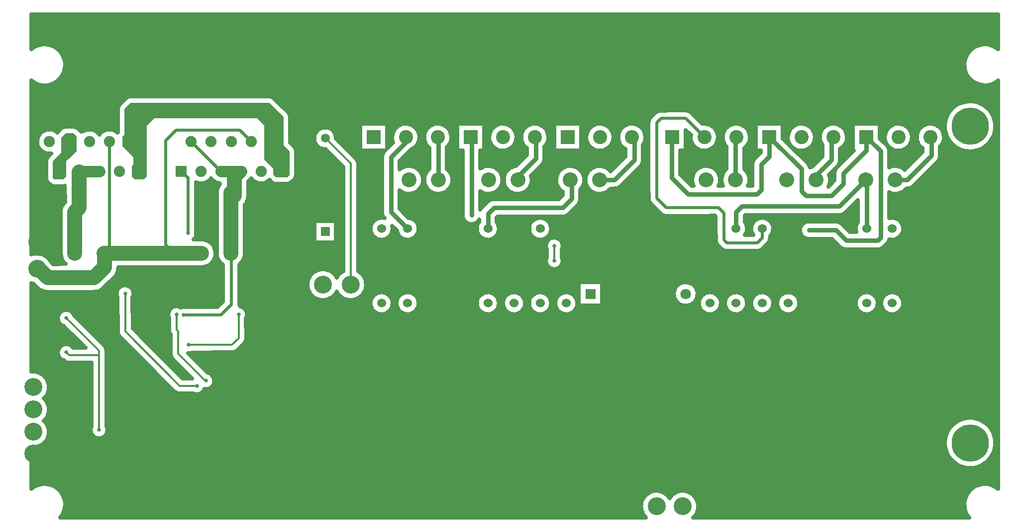
<source format=gbl>
G04 DipTrace 2.4.0.2*
%INSSPS.GBL*%
%MOIN*%
%ADD13C,0.03*%
%ADD14C,0.1*%
%ADD16C,0.02*%
%ADD17C,0.013*%
%ADD20C,0.04*%
%ADD23C,0.075*%
%ADD25C,0.025*%
%ADD33R,0.0591X0.0591*%
%ADD34C,0.0591*%
%ADD39R,0.0709X0.0709*%
%ADD40C,0.0709*%
%ADD41C,0.12*%
%ADD42C,0.06*%
%ADD43R,0.075X0.075*%
%ADD46R,0.0945X0.0945*%
%ADD47C,0.0945*%
%ADD50C,0.25*%
%FSLAX44Y44*%
G04*
G70*
G90*
G75*
G01*
%LNBottom*%
%LPD*%
X31200Y20000D2*
D13*
Y21000D1*
X31600Y21400D1*
X36200D1*
X36800Y22000D1*
Y23196D1*
X36716Y23280D1*
X7850Y23850D2*
D16*
Y25180D1*
X7180Y25850D1*
X16680D2*
Y24520D1*
X17350Y23850D1*
X7180Y25850D2*
D17*
Y27530D1*
X7550Y27900D1*
X16250D1*
X16700Y27450D1*
Y25870D1*
X16680Y25850D1*
X12300Y9800D2*
X12250D1*
X10450Y11600D1*
Y13100D1*
X10350Y13200D1*
Y14250D1*
X2490Y23850D2*
Y24540D1*
X3150Y25200D1*
Y25840D1*
X3160Y25850D1*
X22000Y16250D2*
Y24369D1*
X20300Y26069D1*
X49575Y20000D2*
D16*
Y19375D1*
X49250Y19050D1*
X47200D1*
X47000Y19250D1*
Y21050D1*
X46650Y21400D1*
X43150D1*
X42500Y22050D1*
Y27100D1*
X42800Y27400D1*
X44446D1*
X45700Y26146D1*
X11700Y9450D2*
D17*
X10550D1*
X6900Y13100D1*
Y15650D1*
X5150Y6500D2*
Y11502D1*
Y11800D1*
X2950Y14000D1*
X5150Y11502D2*
X3148D1*
X2950Y11700D1*
X53900Y17500D2*
Y17550D1*
X43325Y18500D2*
X43250D1*
X40875Y18625D2*
X40850Y18650D1*
X39950Y18391D2*
Y18450D1*
X40200Y14250D2*
X40150D1*
Y14300D1*
X28600Y17500D2*
X28550D1*
X11850Y16000D2*
D16*
Y16050D1*
X11900D1*
X11850Y11395D2*
Y11500D1*
X7274Y10124D2*
X7350Y10200D1*
X7500Y14450D2*
X7550D1*
X4950Y14100D2*
X5000D1*
X4050Y12200D2*
X4000D1*
X1850Y20800D2*
D20*
X1800D1*
X15450Y20650D2*
X15500D1*
X17400Y14250D2*
D16*
X17450D1*
X15000Y12150D2*
X14950D1*
X15000Y6450D2*
X15100D1*
X15000Y4500D2*
X15100D1*
X10000Y1750D2*
X9950D1*
X8500Y1200D2*
X8600D1*
X6000Y1850D2*
X6100D1*
X7300Y5100D2*
X7350D1*
X34654Y1004D2*
X34700Y1050D1*
X33250Y10550D2*
X33300Y10500D1*
X22300Y5250D2*
X22350D1*
X22250Y6600D2*
X22300D1*
X30100Y8350D2*
X30150Y8400D1*
X30000Y2900D2*
X30050D1*
X3520Y18355D2*
D14*
Y21120D1*
X3800Y21400D1*
Y23820D1*
D23*
X3830Y23850D1*
X5170D1*
X11100Y19700D2*
D16*
Y23400D1*
X10650Y23850D1*
X13330D2*
D23*
X14670D1*
X13980Y18355D2*
D14*
Y22420D1*
X14200Y22200D1*
Y23380D1*
D23*
X14670Y23850D1*
X11320Y25850D2*
D16*
X11330D1*
X13330Y23850D1*
X10800Y14200D2*
X13300D1*
X14000Y14900D1*
Y18335D1*
X13980Y18355D1*
X12016D2*
X10145D1*
X9600Y18900D1*
Y25900D1*
X10300Y26600D1*
X14590D1*
X15340Y25850D1*
X1000Y17300D2*
D14*
X1100D1*
X1700Y16700D1*
X4800D1*
X5500Y17400D1*
Y18339D1*
X5484Y18355D1*
X12016D2*
X5484D1*
X5840Y25850D2*
D16*
Y18711D1*
X5484Y18355D1*
X30100Y20900D2*
D13*
Y26100D1*
X30054Y26146D1*
X25700D2*
Y25800D1*
X24700Y24800D1*
Y21100D1*
X25600Y20200D1*
X25625D1*
X25825Y20000D1*
X35650Y17850D2*
D17*
Y18850D1*
X27880Y23280D2*
D13*
Y26111D1*
X27846Y26146D1*
X56575Y20000D2*
Y23225D1*
X56520Y23280D1*
X47825Y20000D2*
Y21125D1*
X48200Y21500D1*
X54740D1*
X56520Y23280D1*
X52700Y19900D2*
X54500D1*
X55200Y19200D1*
X57300D1*
X57500Y19400D1*
Y25200D1*
X56554Y26146D1*
Y25254D1*
X55000Y23700D1*
Y23000D1*
X54200Y22200D1*
X52500D1*
X52200Y22500D1*
Y24000D1*
X50054Y26146D1*
Y24854D1*
X49500Y24300D1*
Y22600D1*
X49200Y22300D1*
X44600D1*
X43500Y23400D1*
Y26091D1*
X43554Y26146D1*
X33200Y23280D2*
Y23500D1*
X34400Y24700D1*
Y26091D1*
X34346Y26146D1*
X38680Y23280D2*
X39680D1*
X41000Y24600D1*
Y25991D1*
X40846Y26146D1*
X53184Y23280D2*
Y23584D1*
X54200Y24600D1*
Y26000D1*
X54346Y26146D1*
X58484Y23280D2*
X59280D1*
X60900Y24900D1*
Y26091D1*
X60846Y26146D1*
X47784Y23280D2*
Y26084D1*
X47846Y26146D1*
X11150Y12200D2*
D17*
X14050D1*
X14500Y12650D1*
Y14250D1*
D25*
X12300Y9800D3*
X10350Y14250D3*
X11700Y9450D3*
X6900Y15650D3*
X5150Y6500D3*
X2950Y14000D3*
D3*
Y11700D3*
X53900Y17500D3*
X43325Y18500D3*
X40875Y18625D3*
X39950Y18391D3*
X40200Y14250D3*
X28600Y17500D3*
X11850Y16000D3*
Y11395D3*
X7274Y10124D3*
X7500Y14450D3*
X4950Y14100D3*
X4050Y12200D3*
X1850Y20800D3*
X15450Y20650D3*
X17400Y14250D3*
X15000Y12150D3*
Y6450D3*
Y4500D3*
X10000Y1750D3*
X8500Y1200D3*
X6000Y1850D3*
X7300Y5100D3*
X34654Y1004D3*
X33250Y10550D3*
X22300Y5250D3*
X22250Y6600D3*
X30100Y8350D3*
X30000Y2900D3*
X11100Y19700D3*
X10800Y14200D3*
X30100Y20900D3*
X35650Y17850D3*
Y18850D3*
X52700Y19900D3*
X11150Y12200D3*
X14500Y14250D3*
X650Y34126D2*
X65352D1*
X650Y33878D2*
X65352D1*
X650Y33629D2*
X65352D1*
X650Y33380D2*
X65352D1*
X650Y33132D2*
X65352D1*
X650Y32883D2*
X65352D1*
X650Y32634D2*
X65352D1*
X650Y32385D2*
X65352D1*
X2300Y32137D2*
X63700D1*
X2578Y31888D2*
X63422D1*
X2742Y31639D2*
X63258D1*
X2843Y31391D2*
X63157D1*
X2894Y31142D2*
X63106D1*
X2898Y30893D2*
X63102D1*
X2855Y30645D2*
X63145D1*
X2761Y30396D2*
X63239D1*
X2605Y30147D2*
X63395D1*
X2351Y29899D2*
X63649D1*
X650Y29650D2*
X1207D1*
X1793D2*
X64207D1*
X64793D2*
X65352D1*
X650Y29401D2*
X65352D1*
X650Y29153D2*
X65352D1*
X650Y28904D2*
X65352D1*
X650Y28655D2*
X6817D1*
X16984D2*
X65352D1*
X650Y28406D2*
X6567D1*
X17234D2*
X62774D1*
X64226D2*
X65352D1*
X650Y28158D2*
X6403D1*
X17484D2*
X62383D1*
X64617D2*
X65352D1*
X650Y27909D2*
X6391D1*
X17730D2*
X42610D1*
X44636D2*
X62145D1*
X64855D2*
X65352D1*
X650Y27660D2*
X6391D1*
X17929D2*
X42278D1*
X44968D2*
X61985D1*
X65015D2*
X65352D1*
X650Y27412D2*
X6391D1*
X17961D2*
X42039D1*
X45214D2*
X61879D1*
X65121D2*
X65352D1*
X650Y27163D2*
X6391D1*
X17961D2*
X41946D1*
X45464D2*
X61817D1*
X65183D2*
X65352D1*
X650Y26914D2*
X6391D1*
X17961D2*
X22621D1*
X24488D2*
X25192D1*
X26207D2*
X27340D1*
X28351D2*
X29121D1*
X30988D2*
X31692D1*
X32707D2*
X33840D1*
X34851D2*
X35621D1*
X37488D2*
X38192D1*
X39207D2*
X40340D1*
X41351D2*
X41942D1*
X46207D2*
X47340D1*
X48351D2*
X49121D1*
X50988D2*
X51692D1*
X52707D2*
X53840D1*
X54851D2*
X55621D1*
X57488D2*
X58192D1*
X59207D2*
X60340D1*
X61351D2*
X61789D1*
X65211D2*
X65352D1*
X650Y26666D2*
X2524D1*
X3824D2*
X6391D1*
X17961D2*
X19856D1*
X20746D2*
X22621D1*
X24488D2*
X24930D1*
X26468D2*
X27079D1*
X28613D2*
X29121D1*
X30988D2*
X31430D1*
X32968D2*
X33579D1*
X35113D2*
X35621D1*
X37488D2*
X37930D1*
X39468D2*
X40079D1*
X41613D2*
X41942D1*
X46468D2*
X47079D1*
X48613D2*
X49121D1*
X50988D2*
X51430D1*
X52968D2*
X53579D1*
X55113D2*
X55621D1*
X57488D2*
X57930D1*
X59468D2*
X60079D1*
X61613D2*
X61805D1*
X65195D2*
X65352D1*
X650Y26417D2*
X1215D1*
X5105D2*
X5239D1*
X17961D2*
X19633D1*
X20968D2*
X22621D1*
X24488D2*
X24809D1*
X26589D2*
X26954D1*
X28738D2*
X29121D1*
X30988D2*
X31309D1*
X33089D2*
X33454D1*
X35238D2*
X35621D1*
X37488D2*
X37809D1*
X39589D2*
X39954D1*
X41738D2*
X41942D1*
X44488D2*
X44649D1*
X46589D2*
X46954D1*
X48738D2*
X49121D1*
X50988D2*
X51309D1*
X53089D2*
X53454D1*
X55238D2*
X55621D1*
X57488D2*
X57809D1*
X59589D2*
X59954D1*
X61738D2*
X61852D1*
X65148D2*
X65352D1*
X650Y26168D2*
X1051D1*
X17961D2*
X19551D1*
X21046D2*
X22621D1*
X24488D2*
X24770D1*
X26632D2*
X26914D1*
X28777D2*
X29121D1*
X30988D2*
X31270D1*
X33132D2*
X33414D1*
X35277D2*
X35621D1*
X37488D2*
X37770D1*
X39632D2*
X39914D1*
X41777D2*
X41940D1*
X44488D2*
X44770D1*
X46632D2*
X46914D1*
X48777D2*
X49121D1*
X50988D2*
X51270D1*
X53132D2*
X53414D1*
X55277D2*
X55621D1*
X57488D2*
X57770D1*
X59632D2*
X59914D1*
X61777D2*
X61948D1*
X65054D2*
X65352D1*
X650Y25920D2*
X989D1*
X17961D2*
X19559D1*
X21179D2*
X22621D1*
X24488D2*
X24797D1*
X26605D2*
X26942D1*
X28750D2*
X29121D1*
X30988D2*
X31297D1*
X33105D2*
X33442D1*
X35250D2*
X35621D1*
X37488D2*
X37797D1*
X39605D2*
X39942D1*
X41750D2*
X41942D1*
X44488D2*
X44797D1*
X46605D2*
X46942D1*
X48750D2*
X49121D1*
X51132D2*
X51297D1*
X53105D2*
X53442D1*
X55250D2*
X55621D1*
X57632D2*
X57797D1*
X59605D2*
X59942D1*
X61750D2*
X62086D1*
X64914D2*
X65352D1*
X650Y25671D2*
X1004D1*
X18070D2*
X19664D1*
X21429D2*
X22621D1*
X24488D2*
X24719D1*
X26500D2*
X27047D1*
X28644D2*
X29121D1*
X30988D2*
X31403D1*
X33000D2*
X33547D1*
X35144D2*
X35621D1*
X37488D2*
X37903D1*
X39500D2*
X40047D1*
X41644D2*
X41942D1*
X44488D2*
X44903D1*
X46500D2*
X47047D1*
X48644D2*
X49121D1*
X53000D2*
X53547D1*
X55144D2*
X55621D1*
X59500D2*
X60047D1*
X61644D2*
X62297D1*
X64703D2*
X65352D1*
X650Y25422D2*
X1106D1*
X18300D2*
X19934D1*
X21679D2*
X22621D1*
X26273D2*
X27270D1*
X28492D2*
X29121D1*
X30988D2*
X31629D1*
X32773D2*
X33774D1*
X35011D2*
X35621D1*
X37488D2*
X38129D1*
X39273D2*
X40274D1*
X41609D2*
X41942D1*
X44488D2*
X45129D1*
X46273D2*
X47176D1*
X48418D2*
X49121D1*
X52773D2*
X53590D1*
X54918D2*
X55621D1*
X59273D2*
X60274D1*
X61511D2*
X62621D1*
X64379D2*
X65352D1*
X650Y25174D2*
X1348D1*
X18359D2*
X20461D1*
X21925D2*
X24223D1*
X25925D2*
X27270D1*
X28492D2*
X29489D1*
X30711D2*
X33789D1*
X35011D2*
X40391D1*
X41609D2*
X41942D1*
X44109D2*
X47176D1*
X48394D2*
X49446D1*
X51879D2*
X53590D1*
X54808D2*
X55621D1*
X58109D2*
X60289D1*
X61511D2*
X65352D1*
X650Y24925D2*
X1786D1*
X18359D2*
X20711D1*
X22175D2*
X24102D1*
X25675D2*
X27270D1*
X28492D2*
X29489D1*
X30711D2*
X33774D1*
X35011D2*
X40391D1*
X41609D2*
X41942D1*
X44109D2*
X47176D1*
X48394D2*
X49274D1*
X52129D2*
X53590D1*
X54808D2*
X55371D1*
X58109D2*
X60075D1*
X61511D2*
X65352D1*
X650Y24676D2*
X1610D1*
X18359D2*
X20961D1*
X22418D2*
X24090D1*
X25429D2*
X27270D1*
X28492D2*
X29489D1*
X30711D2*
X33524D1*
X35011D2*
X40223D1*
X41609D2*
X41942D1*
X44109D2*
X47176D1*
X48394D2*
X49028D1*
X52375D2*
X53422D1*
X54808D2*
X55125D1*
X58109D2*
X59825D1*
X61464D2*
X65352D1*
X650Y24427D2*
X1590D1*
X18359D2*
X21207D1*
X22523D2*
X24090D1*
X25308D2*
X27270D1*
X28492D2*
X29489D1*
X30711D2*
X33274D1*
X34941D2*
X39977D1*
X41586D2*
X41942D1*
X44109D2*
X47176D1*
X48394D2*
X48903D1*
X52625D2*
X53176D1*
X54785D2*
X54874D1*
X58109D2*
X59575D1*
X61281D2*
X65352D1*
X650Y24179D2*
X1590D1*
X18359D2*
X21457D1*
X22523D2*
X24090D1*
X25308D2*
X25633D1*
X26199D2*
X27270D1*
X28492D2*
X29489D1*
X30711D2*
X30954D1*
X31519D2*
X32918D1*
X34730D2*
X36434D1*
X37000D2*
X38399D1*
X38961D2*
X39727D1*
X41429D2*
X41942D1*
X44109D2*
X45539D1*
X46101D2*
X47176D1*
X48394D2*
X48891D1*
X52781D2*
X52903D1*
X58109D2*
X58202D1*
X58765D2*
X59329D1*
X61031D2*
X65352D1*
X650Y23930D2*
X1590D1*
X18359D2*
X21477D1*
X22523D2*
X24090D1*
X26613D2*
X27184D1*
X28578D2*
X29489D1*
X31933D2*
X32504D1*
X34484D2*
X36020D1*
X37414D2*
X37985D1*
X39379D2*
X39477D1*
X41183D2*
X41942D1*
X44109D2*
X45121D1*
X46515D2*
X47086D1*
X48480D2*
X48891D1*
X60781D2*
X65352D1*
X650Y23681D2*
X1590D1*
X18359D2*
X21477D1*
X22523D2*
X24090D1*
X26785D2*
X27012D1*
X28750D2*
X29489D1*
X32105D2*
X32332D1*
X34234D2*
X35848D1*
X37586D2*
X37809D1*
X40933D2*
X41942D1*
X44109D2*
X44950D1*
X46691D2*
X46914D1*
X48652D2*
X48891D1*
X54132D2*
X54391D1*
X60535D2*
X65352D1*
X650Y23433D2*
X1590D1*
X18328D2*
X21477D1*
X22523D2*
X24090D1*
X28828D2*
X29489D1*
X34148D2*
X35770D1*
X40683D2*
X41942D1*
X44320D2*
X44871D1*
X48730D2*
X48891D1*
X54132D2*
X54391D1*
X60285D2*
X65352D1*
X650Y23184D2*
X1649D1*
X12476D2*
X12844D1*
X15175D2*
X15524D1*
X16496D2*
X16625D1*
X18125D2*
X21477D1*
X22523D2*
X24090D1*
X28836D2*
X29489D1*
X34156D2*
X35762D1*
X40437D2*
X41942D1*
X44570D2*
X44864D1*
X48738D2*
X48891D1*
X54140D2*
X54332D1*
X60035D2*
X65352D1*
X650Y22935D2*
X1887D1*
X11660D2*
X13176D1*
X15160D2*
X21477D1*
X22523D2*
X24090D1*
X26808D2*
X26985D1*
X28773D2*
X29489D1*
X32129D2*
X32305D1*
X34093D2*
X35821D1*
X37609D2*
X37786D1*
X40187D2*
X41942D1*
X44816D2*
X44926D1*
X46714D2*
X46891D1*
X48679D2*
X48891D1*
X59789D2*
X65352D1*
X650Y22687D2*
X2840D1*
X11660D2*
X13059D1*
X15160D2*
X21477D1*
X22523D2*
X24090D1*
X26664D2*
X27133D1*
X28629D2*
X29489D1*
X31984D2*
X32454D1*
X33949D2*
X35969D1*
X37464D2*
X37934D1*
X39429D2*
X41942D1*
X59230D2*
X65352D1*
X650Y22438D2*
X2840D1*
X11660D2*
X13020D1*
X15160D2*
X21477D1*
X22523D2*
X24090D1*
X25308D2*
X25485D1*
X26347D2*
X27450D1*
X28312D2*
X29489D1*
X30711D2*
X30806D1*
X31668D2*
X32770D1*
X33632D2*
X36192D1*
X37410D2*
X38250D1*
X39113D2*
X41942D1*
X58914D2*
X65352D1*
X650Y22189D2*
X2840D1*
X11660D2*
X13020D1*
X15160D2*
X21477D1*
X22523D2*
X24090D1*
X25308D2*
X29489D1*
X30711D2*
X36137D1*
X37410D2*
X41942D1*
X58109D2*
X65352D1*
X650Y21941D2*
X2840D1*
X11660D2*
X13020D1*
X15125D2*
X21477D1*
X22523D2*
X24090D1*
X25308D2*
X29489D1*
X30711D2*
X31352D1*
X37406D2*
X41950D1*
X58109D2*
X65352D1*
X650Y21692D2*
X2754D1*
X11660D2*
X13020D1*
X15011D2*
X21477D1*
X22523D2*
X24090D1*
X25308D2*
X29489D1*
X30711D2*
X31039D1*
X37324D2*
X42079D1*
X55785D2*
X55964D1*
X58109D2*
X65352D1*
X650Y21443D2*
X2618D1*
X11660D2*
X13020D1*
X14941D2*
X21477D1*
X22523D2*
X24090D1*
X25308D2*
X29489D1*
X30711D2*
X30794D1*
X37097D2*
X42325D1*
X55535D2*
X55965D1*
X58109D2*
X65352D1*
X650Y21195D2*
X2563D1*
X11660D2*
X13020D1*
X14941D2*
X21477D1*
X22523D2*
X24090D1*
X25457D2*
X29489D1*
X36847D2*
X42575D1*
X55285D2*
X55965D1*
X58109D2*
X65352D1*
X650Y20946D2*
X2559D1*
X11660D2*
X13020D1*
X14941D2*
X21477D1*
X22523D2*
X24110D1*
X25707D2*
X29489D1*
X36593D2*
X42844D1*
X54953D2*
X55965D1*
X58109D2*
X65352D1*
X650Y20697D2*
X2559D1*
X11660D2*
X13020D1*
X14941D2*
X21477D1*
X22523D2*
X23817D1*
X26082D2*
X29528D1*
X31808D2*
X34442D1*
X34957D2*
X46442D1*
X48433D2*
X49317D1*
X49832D2*
X55965D1*
X58539D2*
X65352D1*
X650Y20448D2*
X2559D1*
X11660D2*
X13020D1*
X14941D2*
X19543D1*
X21054D2*
X21477D1*
X22523D2*
X23469D1*
X26433D2*
X29704D1*
X30496D2*
X30588D1*
X31808D2*
X34094D1*
X35308D2*
X46442D1*
X48433D2*
X48969D1*
X50183D2*
X52473D1*
X54726D2*
X55965D1*
X58886D2*
X65352D1*
X650Y20200D2*
X2559D1*
X11660D2*
X13020D1*
X14941D2*
X19543D1*
X21054D2*
X21477D1*
X22523D2*
X23344D1*
X26558D2*
X30469D1*
X31933D2*
X33969D1*
X35433D2*
X46442D1*
X48558D2*
X48844D1*
X50308D2*
X52172D1*
X55050D2*
X55844D1*
X59015D2*
X65352D1*
X650Y19951D2*
X2559D1*
X11660D2*
X13020D1*
X14941D2*
X19543D1*
X21054D2*
X21477D1*
X22523D2*
X23317D1*
X24832D2*
X24996D1*
X26582D2*
X30442D1*
X31957D2*
X33942D1*
X35457D2*
X46442D1*
X48582D2*
X48817D1*
X50332D2*
X52094D1*
X55300D2*
X55817D1*
X59039D2*
X65352D1*
X650Y19702D2*
X2559D1*
X11683D2*
X13020D1*
X14941D2*
X19543D1*
X21054D2*
X21477D1*
X22523D2*
X23379D1*
X24773D2*
X25129D1*
X26523D2*
X30504D1*
X31898D2*
X34004D1*
X35398D2*
X46442D1*
X48523D2*
X48879D1*
X50273D2*
X52125D1*
X58976D2*
X65352D1*
X650Y19454D2*
X2559D1*
X11629D2*
X13020D1*
X14941D2*
X19543D1*
X21054D2*
X21477D1*
X22523D2*
X23559D1*
X24593D2*
X25309D1*
X26343D2*
X30684D1*
X31718D2*
X34184D1*
X35218D2*
X46442D1*
X50136D2*
X52297D1*
X58796D2*
X65352D1*
X650Y19205D2*
X2559D1*
X12429D2*
X13020D1*
X14941D2*
X19543D1*
X21054D2*
X21477D1*
X22523D2*
X35192D1*
X36109D2*
X46442D1*
X50109D2*
X54344D1*
X58078D2*
X65352D1*
X650Y18956D2*
X2559D1*
X12757D2*
X13020D1*
X14941D2*
X21477D1*
X22523D2*
X35075D1*
X36226D2*
X46528D1*
X49937D2*
X54590D1*
X57910D2*
X65352D1*
X650Y18708D2*
X2559D1*
X12906D2*
X13020D1*
X14941D2*
X21477D1*
X22523D2*
X35082D1*
X36218D2*
X46762D1*
X49691D2*
X54860D1*
X57640D2*
X65352D1*
X650Y18459D2*
X2559D1*
X14941D2*
X21477D1*
X22523D2*
X35125D1*
X36175D2*
X65352D1*
X1519Y18210D2*
X2571D1*
X14929D2*
X21477D1*
X22523D2*
X35125D1*
X36175D2*
X65352D1*
X1820Y17962D2*
X2649D1*
X12890D2*
X13106D1*
X14851D2*
X21477D1*
X22523D2*
X35075D1*
X36222D2*
X65352D1*
X2035Y17713D2*
X2817D1*
X12718D2*
X13274D1*
X14683D2*
X21477D1*
X22523D2*
X35082D1*
X36218D2*
X65352D1*
X12324Y17464D2*
X13442D1*
X14558D2*
X21477D1*
X22523D2*
X35219D1*
X36082D2*
X65352D1*
X6441Y17216D2*
X13442D1*
X14558D2*
X19754D1*
X20546D2*
X21477D1*
X22523D2*
X65352D1*
X6355Y16967D2*
X13442D1*
X14558D2*
X19379D1*
X20921D2*
X21227D1*
X22773D2*
X65352D1*
X6164Y16718D2*
X13442D1*
X14558D2*
X19204D1*
X22949D2*
X65352D1*
X5918Y16469D2*
X13442D1*
X14558D2*
X19114D1*
X23035D2*
X65352D1*
X650Y16221D2*
X832D1*
X5668D2*
X13442D1*
X14558D2*
X19090D1*
X23058D2*
X37262D1*
X38890D2*
X43907D1*
X44992D2*
X65352D1*
X650Y15972D2*
X1090D1*
X5410D2*
X6418D1*
X7382D2*
X13442D1*
X14558D2*
X19129D1*
X23023D2*
X37262D1*
X38890D2*
X43715D1*
X45183D2*
X65352D1*
X650Y15723D2*
X6321D1*
X7480D2*
X13442D1*
X14558D2*
X19235D1*
X22918D2*
X23922D1*
X24230D2*
X25672D1*
X25980D2*
X31047D1*
X31355D2*
X32797D1*
X33105D2*
X34547D1*
X34855D2*
X36297D1*
X36605D2*
X37262D1*
X38890D2*
X43641D1*
X45257D2*
X45922D1*
X46230D2*
X47672D1*
X47980D2*
X49422D1*
X49730D2*
X51172D1*
X51480D2*
X56422D1*
X56730D2*
X58125D1*
X58437D2*
X65352D1*
X650Y15475D2*
X6344D1*
X7457D2*
X13442D1*
X14558D2*
X19438D1*
X20859D2*
X21289D1*
X22711D2*
X23489D1*
X24660D2*
X25239D1*
X26410D2*
X30614D1*
X31785D2*
X32364D1*
X33535D2*
X34114D1*
X35285D2*
X35864D1*
X37035D2*
X37262D1*
X38890D2*
X43649D1*
X45250D2*
X45489D1*
X46660D2*
X47239D1*
X48410D2*
X48989D1*
X50160D2*
X50739D1*
X51910D2*
X55989D1*
X57160D2*
X57696D1*
X58867D2*
X65352D1*
X650Y15226D2*
X6375D1*
X7425D2*
X13442D1*
X14558D2*
X19977D1*
X20324D2*
X21825D1*
X22175D2*
X23352D1*
X24800D2*
X25102D1*
X26550D2*
X30477D1*
X31925D2*
X32227D1*
X33675D2*
X33977D1*
X35425D2*
X35727D1*
X37175D2*
X37262D1*
X38890D2*
X43743D1*
X45156D2*
X45352D1*
X46800D2*
X47102D1*
X48550D2*
X48852D1*
X50300D2*
X50602D1*
X52050D2*
X55852D1*
X57300D2*
X57555D1*
X59004D2*
X65352D1*
X650Y14977D2*
X6375D1*
X7425D2*
X13297D1*
X14558D2*
X23317D1*
X24836D2*
X25067D1*
X26586D2*
X30442D1*
X31961D2*
X32192D1*
X33711D2*
X33942D1*
X35461D2*
X35692D1*
X38890D2*
X43973D1*
X44925D2*
X45317D1*
X46836D2*
X47067D1*
X48586D2*
X48817D1*
X50336D2*
X50567D1*
X52086D2*
X55817D1*
X57336D2*
X57520D1*
X59039D2*
X65352D1*
X650Y14729D2*
X6375D1*
X7425D2*
X10036D1*
X14816D2*
X23368D1*
X24785D2*
X25118D1*
X26535D2*
X30493D1*
X31910D2*
X32243D1*
X33660D2*
X33993D1*
X35410D2*
X35743D1*
X37160D2*
X45368D1*
X46785D2*
X47118D1*
X48535D2*
X48868D1*
X50285D2*
X50618D1*
X52035D2*
X55868D1*
X57285D2*
X57575D1*
X58988D2*
X65352D1*
X650Y14480D2*
X2637D1*
X3261D2*
X6375D1*
X7425D2*
X9813D1*
X15035D2*
X23532D1*
X24621D2*
X25282D1*
X26371D2*
X30657D1*
X31746D2*
X32407D1*
X33496D2*
X34157D1*
X35246D2*
X35907D1*
X36996D2*
X45532D1*
X46621D2*
X47282D1*
X48371D2*
X49032D1*
X50121D2*
X50782D1*
X51871D2*
X56032D1*
X57121D2*
X57739D1*
X58824D2*
X65352D1*
X650Y14231D2*
X2414D1*
X3484D2*
X6375D1*
X7425D2*
X9766D1*
X15086D2*
X65352D1*
X650Y13983D2*
X2364D1*
X3699D2*
X6375D1*
X7425D2*
X9825D1*
X15023D2*
X65352D1*
X650Y13734D2*
X2434D1*
X3949D2*
X6375D1*
X7425D2*
X9825D1*
X15023D2*
X65352D1*
X650Y13485D2*
X2704D1*
X4195D2*
X6375D1*
X7425D2*
X9825D1*
X15023D2*
X65352D1*
X650Y13237D2*
X2981D1*
X4445D2*
X6375D1*
X7496D2*
X9825D1*
X15023D2*
X65352D1*
X650Y12988D2*
X3231D1*
X4695D2*
X6387D1*
X7746D2*
X9871D1*
X15023D2*
X65352D1*
X650Y12739D2*
X3477D1*
X4941D2*
X6528D1*
X7992D2*
X9926D1*
X15023D2*
X65352D1*
X650Y12490D2*
X3727D1*
X5191D2*
X6778D1*
X8242D2*
X9926D1*
X15000D2*
X65352D1*
X650Y12242D2*
X2786D1*
X3117D2*
X3977D1*
X5441D2*
X7028D1*
X8492D2*
X9926D1*
X14824D2*
X65352D1*
X650Y11993D2*
X2450D1*
X5636D2*
X7274D1*
X8738D2*
X9926D1*
X14574D2*
X65352D1*
X650Y11744D2*
X2368D1*
X5675D2*
X7524D1*
X8988D2*
X9926D1*
X14281D2*
X65352D1*
X650Y11496D2*
X2403D1*
X5675D2*
X7774D1*
X9238D2*
X9938D1*
X11285D2*
X65352D1*
X650Y11247D2*
X2594D1*
X5675D2*
X8020D1*
X9484D2*
X10071D1*
X11535D2*
X65352D1*
X650Y10998D2*
X4625D1*
X5675D2*
X8270D1*
X9734D2*
X10321D1*
X11785D2*
X65352D1*
X650Y10750D2*
X4625D1*
X5675D2*
X8520D1*
X9984D2*
X10567D1*
X12031D2*
X65352D1*
X650Y10501D2*
X4625D1*
X5675D2*
X8766D1*
X10230D2*
X10817D1*
X12281D2*
X65352D1*
X1324Y10252D2*
X4625D1*
X5675D2*
X9016D1*
X10480D2*
X11067D1*
X12656D2*
X65352D1*
X1597Y10004D2*
X4625D1*
X5675D2*
X9266D1*
X10730D2*
X11313D1*
X12847D2*
X65352D1*
X1738Y9755D2*
X4625D1*
X5675D2*
X9512D1*
X12882D2*
X65352D1*
X1800Y9506D2*
X4625D1*
X5675D2*
X9762D1*
X12800D2*
X65352D1*
X1804Y9258D2*
X4625D1*
X5675D2*
X10012D1*
X12464D2*
X65352D1*
X1742Y9009D2*
X4625D1*
X5675D2*
X10289D1*
X12070D2*
X65352D1*
X1609Y8760D2*
X4625D1*
X5675D2*
X65352D1*
X1589Y8511D2*
X4625D1*
X5675D2*
X65352D1*
X1734Y8263D2*
X4625D1*
X5675D2*
X65352D1*
X1800Y8014D2*
X4625D1*
X5675D2*
X65352D1*
X1804Y7765D2*
X4625D1*
X5675D2*
X65352D1*
X1746Y7517D2*
X4625D1*
X5675D2*
X65352D1*
X1613Y7268D2*
X4625D1*
X5675D2*
X63102D1*
X63898D2*
X65352D1*
X1586Y7019D2*
X4625D1*
X5675D2*
X62528D1*
X64472D2*
X65352D1*
X1730Y6771D2*
X4625D1*
X5675D2*
X62239D1*
X64761D2*
X65352D1*
X1800Y6522D2*
X4567D1*
X5734D2*
X62047D1*
X64953D2*
X65352D1*
X1804Y6273D2*
X4614D1*
X5687D2*
X61918D1*
X65082D2*
X65352D1*
X1750Y6025D2*
X4829D1*
X5472D2*
X61836D1*
X65164D2*
X65352D1*
X1621Y5776D2*
X61797D1*
X65203D2*
X65352D1*
X1367Y5527D2*
X61793D1*
X65207D2*
X65352D1*
X650Y5279D2*
X61825D1*
X65175D2*
X65352D1*
X650Y5030D2*
X61899D1*
X65101D2*
X65352D1*
X650Y4781D2*
X62016D1*
X64984D2*
X65352D1*
X650Y4532D2*
X62192D1*
X64808D2*
X65352D1*
X650Y4284D2*
X62454D1*
X64546D2*
X65352D1*
X650Y4035D2*
X62918D1*
X64082D2*
X65352D1*
X650Y3786D2*
X65352D1*
X650Y3538D2*
X65352D1*
X650Y3289D2*
X65352D1*
X650Y3040D2*
X65352D1*
X650Y2792D2*
X1000D1*
X2000D2*
X64000D1*
X65000D2*
X65352D1*
X2421Y2543D2*
X63579D1*
X2648Y2294D2*
X42000D1*
X43000D2*
X43750D1*
X44750D2*
X63352D1*
X2789Y2046D2*
X41688D1*
X43312D2*
X43438D1*
X45062D2*
X63211D1*
X2871Y1797D2*
X41532D1*
X45218D2*
X63129D1*
X2902Y1548D2*
X41454D1*
X45296D2*
X63098D1*
X2886Y1300D2*
X41442D1*
X45308D2*
X63114D1*
X2828Y1051D2*
X41493D1*
X45257D2*
X63172D1*
X2711Y802D2*
X41614D1*
X45136D2*
X63289D1*
X20326Y25339D2*
X20197Y25345D1*
X20076Y25373D1*
X19961Y25422D1*
X19855Y25489D1*
X19763Y25573D1*
X19687Y25672D1*
X19628Y25782D1*
X19589Y25901D1*
X19571Y26024D1*
X19574Y26149D1*
X19599Y26272D1*
X19643Y26388D1*
X19707Y26495D1*
X19789Y26590D1*
X19885Y26669D1*
X19993Y26731D1*
X20111Y26774D1*
X20234Y26796D1*
X20359D1*
X20482Y26776D1*
X20600Y26735D1*
X20709Y26674D1*
X20806Y26595D1*
X20888Y26501D1*
X20953Y26395D1*
X20999Y26279D1*
X21025Y26157D1*
X21029Y26049D1*
X22354Y24722D1*
X22430Y24624D1*
X22480Y24509D1*
X22500Y24369D1*
Y17154D1*
X22586Y17103D1*
X22684Y17026D1*
X22773Y16938D1*
X22850Y16840D1*
X22915Y16734D1*
X22967Y16620D1*
X23004Y16501D1*
X23027Y16378D1*
X23035Y16250D1*
X23027Y16125D1*
X23005Y16002D1*
X22968Y15883D1*
X22917Y15769D1*
X22852Y15662D1*
X22775Y15564D1*
X22687Y15476D1*
X22588Y15398D1*
X22481Y15334D1*
X22368Y15282D1*
X22248Y15245D1*
X22125Y15223D1*
X22001Y15215D1*
X21876Y15222D1*
X21753Y15245D1*
X21634Y15282D1*
X21520Y15333D1*
X21413Y15398D1*
X21315Y15475D1*
X21226Y15563D1*
X21149Y15661D1*
X21076Y15786D1*
X21002Y15662D1*
X20925Y15564D1*
X20837Y15476D1*
X20738Y15398D1*
X20631Y15334D1*
X20518Y15282D1*
X20398Y15245D1*
X20275Y15223D1*
X20151Y15215D1*
X20026Y15222D1*
X19903Y15245D1*
X19784Y15282D1*
X19670Y15333D1*
X19563Y15398D1*
X19465Y15475D1*
X19376Y15563D1*
X19299Y15661D1*
X19234Y15768D1*
X19183Y15882D1*
X19145Y16001D1*
X19123Y16124D1*
X19115Y16248D1*
X19122Y16373D1*
X19145Y16496D1*
X19182Y16615D1*
X19233Y16729D1*
X19297Y16836D1*
X19374Y16935D1*
X19462Y17023D1*
X19560Y17101D1*
X19667Y17165D1*
X19781Y17217D1*
X19900Y17254D1*
X20023Y17277D1*
X20148Y17285D1*
X20272Y17278D1*
X20395Y17256D1*
X20515Y17219D1*
X20629Y17168D1*
X20736Y17103D1*
X20834Y17026D1*
X20923Y16938D1*
X21000Y16840D1*
X21073Y16716D1*
X21147Y16836D1*
X21224Y16935D1*
X21312Y17023D1*
X21410Y17101D1*
X21500Y17155D1*
Y24160D1*
X20323Y25338D1*
X19695Y20530D2*
X21030D1*
Y19070D1*
X19570D1*
Y20530D1*
X19695D1*
X37411Y16414D2*
X38864D1*
Y14836D1*
X37286D1*
Y16414D1*
X37411D1*
X45229Y15501D2*
X45200Y15379D1*
X45152Y15264D1*
X45086Y15158D1*
X45005Y15063D1*
X44909Y14983D1*
X44802Y14919D1*
X44686Y14872D1*
X44564Y14844D1*
X44440Y14836D1*
X44316Y14847D1*
X44195Y14878D1*
X44080Y14928D1*
X43975Y14995D1*
X43881Y15078D1*
X43802Y15174D1*
X43739Y15282D1*
X43694Y15398D1*
X43668Y15521D1*
X43661Y15645D1*
X43674Y15769D1*
X43706Y15890D1*
X43758Y16004D1*
X43826Y16108D1*
X43910Y16201D1*
X44008Y16279D1*
X44116Y16340D1*
X44233Y16384D1*
X44356Y16409D1*
X44480Y16414D1*
X44604Y16399D1*
X44725Y16365D1*
X44838Y16313D1*
X44941Y16243D1*
X45033Y16158D1*
X45109Y16059D1*
X45170Y15950D1*
X45212Y15832D1*
X45235Y15709D1*
X45239Y15625D1*
X45229Y15501D1*
X63436Y628D2*
X63297Y831D1*
X63196Y1059D1*
X63138Y1302D1*
X63125Y1551D1*
X63157Y1799D1*
X63233Y2037D1*
X63350Y2257D1*
X63506Y2452D1*
X63694Y2616D1*
X63909Y2743D1*
X64143Y2829D1*
X64389Y2872D1*
X64639Y2869D1*
X64884Y2822D1*
X65117Y2730D1*
X65329Y2599D1*
X65374Y2562D1*
X65375Y26250D1*
Y29941D1*
X65245Y29843D1*
X65023Y29727D1*
X64785Y29653D1*
X64537Y29624D1*
X64288Y29640D1*
X64046Y29701D1*
X63818Y29804D1*
X63614Y29947D1*
X63438Y30125D1*
X63297Y30331D1*
X63196Y30559D1*
X63138Y30802D1*
X63125Y31051D1*
X63157Y31299D1*
X63233Y31537D1*
X63350Y31757D1*
X63506Y31952D1*
X63694Y32116D1*
X63909Y32243D1*
X64143Y32329D1*
X64389Y32372D1*
X64639Y32369D1*
X64884Y32322D1*
X65117Y32230D1*
X65329Y32099D1*
X65374Y32062D1*
X65375Y34375D1*
X625D1*
Y32059D1*
X799Y32184D1*
X1024Y32291D1*
X1265Y32356D1*
X1514Y32376D1*
X1763Y32351D1*
X2002Y32281D1*
X2226Y32170D1*
X2425Y32019D1*
X2594Y31835D1*
X2727Y31624D1*
X2819Y31392D1*
X2868Y31147D1*
X2876Y31000D1*
X2854Y30751D1*
X2786Y30511D1*
X2677Y30287D1*
X2529Y30086D1*
X2347Y29915D1*
X2137Y29780D1*
X1906Y29685D1*
X1662Y29633D1*
X1412Y29627D1*
X1165Y29665D1*
X930Y29747D1*
X713Y29871D1*
X623Y29940D1*
X625Y27500D1*
X631Y18267D1*
X750Y18304D1*
X873Y18327D1*
X998Y18335D1*
X1122Y18328D1*
X1245Y18306D1*
X1365Y18269D1*
X1479Y18218D1*
X1586Y18153D1*
X1684Y18076D1*
X1773Y17988D1*
X1881Y17840D1*
X2090Y17632D1*
X2923Y17635D1*
X2826Y17728D1*
X2749Y17826D1*
X2685Y17933D1*
X2637Y18048D1*
X2604Y18169D1*
X2585Y18355D1*
Y21120D1*
X2593Y21245D1*
X2618Y21367D1*
X2659Y21485D1*
X2716Y21597D1*
X2816Y21736D1*
X2867Y21789D1*
X2865Y22880D1*
X2750Y22865D1*
X2150D1*
X2027Y22883D1*
X1911Y22937D1*
X1842Y22992D1*
X1683Y23166D1*
X1642Y23250D1*
X1619Y23344D1*
X1615Y23775D1*
Y24550D1*
X1633Y24673D1*
X1672Y24765D1*
X1742Y24858D1*
X1933Y25048D1*
X1842Y25040D1*
X1718Y25046D1*
X1595Y25072D1*
X1478Y25116D1*
X1370Y25177D1*
X1271Y25254D1*
X1186Y25345D1*
X1116Y25449D1*
X1063Y25562D1*
X1028Y25682D1*
X1011Y25805D1*
X1014Y25930D1*
X1036Y26053D1*
X1076Y26171D1*
X1135Y26282D1*
X1209Y26382D1*
X1298Y26469D1*
X1400Y26542D1*
X1511Y26599D1*
X1630Y26637D1*
X1753Y26657D1*
X1878Y26658D1*
X2001Y26639D1*
X2121Y26602D1*
X2233Y26547D1*
X2349Y26462D1*
X2592Y26708D1*
X2692Y26782D1*
X2785Y26819D1*
X2900Y26835D1*
X3450D1*
X3573Y26817D1*
X3665Y26778D1*
X3758Y26708D1*
X3960Y26504D1*
X4080Y26542D1*
X4191Y26599D1*
X4310Y26637D1*
X4433Y26657D1*
X4558Y26658D1*
X4681Y26639D1*
X4801Y26602D1*
X4913Y26547D1*
X5015Y26475D1*
X5105Y26389D1*
X5169Y26305D1*
X5229Y26382D1*
X5318Y26469D1*
X5420Y26542D1*
X5531Y26599D1*
X5650Y26637D1*
X5773Y26657D1*
X5898Y26658D1*
X6021Y26639D1*
X6141Y26602D1*
X6253Y26547D1*
X6386Y26446D1*
X6417Y26482D1*
X6415Y27475D1*
Y28050D1*
X6433Y28173D1*
X6472Y28265D1*
X6542Y28358D1*
X6942Y28758D1*
X7042Y28832D1*
X7135Y28869D1*
X7250Y28885D1*
X16550D1*
X16673Y28867D1*
X16765Y28828D1*
X16858Y28758D1*
X17808Y27808D1*
X17882Y27708D1*
X17919Y27615D1*
X17935Y27500D1*
Y25780D1*
X18208Y25508D1*
X18282Y25408D1*
X18319Y25315D1*
X18335Y25200D1*
Y23600D1*
X18317Y23477D1*
X18278Y23385D1*
X18208Y23292D1*
X18058Y23142D1*
X17958Y23068D1*
X17865Y23031D1*
X17750Y23015D1*
X17000D1*
X16877Y23033D1*
X16785Y23072D1*
X16692Y23142D1*
X16568Y23267D1*
X16497Y23203D1*
X16392Y23136D1*
X16277Y23085D1*
X16157Y23053D1*
X16032Y23040D1*
X15908Y23046D1*
X15785Y23072D1*
X15668Y23116D1*
X15560Y23177D1*
X15461Y23254D1*
X15344Y23394D1*
X15243Y23277D1*
X15135Y23170D1*
Y22200D1*
X15127Y22075D1*
X15102Y21953D1*
X15061Y21835D1*
X15004Y21723D1*
X14921Y21605D1*
X14915Y21420D1*
Y18355D1*
X14907Y18230D1*
X14882Y18108D1*
X14841Y17990D1*
X14784Y17878D1*
X14714Y17776D1*
X14535Y17585D1*
Y14907D1*
X14610Y14799D1*
X14729Y14761D1*
X14837Y14698D1*
X14927Y14612D1*
X14997Y14508D1*
X15042Y14392D1*
X15060Y14250D1*
X15046Y14126D1*
X14999Y13998D1*
X15000Y12650D1*
X14984Y12526D1*
X14939Y12410D1*
X14854Y12296D1*
X14404Y11846D1*
X14305Y11770D1*
X14191Y11720D1*
X14050Y11700D1*
X11396Y11697D1*
X11278Y11655D1*
X11155Y11640D1*
X11112Y11644D1*
X12410Y10349D1*
X12529Y10311D1*
X12637Y10248D1*
X12727Y10162D1*
X12797Y10058D1*
X12842Y9942D1*
X12860Y9800D1*
X12846Y9676D1*
X12805Y9558D1*
X12739Y9452D1*
X12651Y9364D1*
X12546Y9297D1*
X12428Y9255D1*
X12305Y9240D1*
X12223Y9248D1*
X12139Y9102D1*
X12051Y9014D1*
X11946Y8947D1*
X11828Y8905D1*
X11705Y8890D1*
X11581Y8903D1*
X11452Y8949D1*
X10550Y8950D1*
X10426Y8966D1*
X10310Y9011D1*
X10196Y9096D1*
X6546Y12746D1*
X6470Y12845D1*
X6420Y12959D1*
X6400Y13100D1*
X6399Y15400D1*
X6356Y15517D1*
X6340Y15641D1*
X6352Y15765D1*
X6391Y15883D1*
X6455Y15990D1*
X6542Y16080D1*
X6646Y16149D1*
X6762Y16193D1*
X6886Y16210D1*
X7010Y16199D1*
X7129Y16161D1*
X7237Y16098D1*
X7327Y16012D1*
X7397Y15908D1*
X7442Y15792D1*
X7460Y15650D1*
X7446Y15526D1*
X7399Y15398D1*
X7400Y13310D1*
X8756Y11951D1*
X10759Y9948D1*
X11390Y9950D1*
X10129Y11214D1*
X10020Y11345D1*
X9970Y11459D1*
X9950Y11600D1*
X9949Y12901D1*
X9888Y13009D1*
X9855Y13129D1*
X9850Y13450D1*
X9849Y14000D1*
X9806Y14117D1*
X9790Y14241D1*
X9802Y14365D1*
X9841Y14483D1*
X9905Y14590D1*
X9992Y14680D1*
X10096Y14749D1*
X10212Y14793D1*
X10336Y14810D1*
X10460Y14799D1*
X10579Y14761D1*
X10629Y14731D1*
X10786Y14760D1*
X10910Y14749D1*
X10951Y14736D1*
X13077Y14735D1*
X13466Y15122D1*
X13465Y17576D1*
X13376Y17641D1*
X13286Y17728D1*
X13209Y17826D1*
X13145Y17933D1*
X13097Y18048D1*
X13064Y18169D1*
X13045Y18355D1*
Y22420D1*
X13053Y22545D1*
X13078Y22667D1*
X13119Y22785D1*
X13176Y22897D1*
X13259Y23015D1*
X13228Y23046D1*
X13105Y23072D1*
X12988Y23116D1*
X12880Y23177D1*
X12781Y23254D1*
X12681Y23366D1*
X12651Y23381D1*
X12571Y23285D1*
X12477Y23203D1*
X12372Y23136D1*
X12257Y23085D1*
X12137Y23053D1*
X12012Y23040D1*
X11888Y23046D1*
X11765Y23072D1*
X11638Y23121D1*
X11635Y22025D1*
Y19865D1*
X11660Y19700D1*
X11646Y19576D1*
X11605Y19458D1*
X11539Y19352D1*
X11484Y19290D1*
X12016D1*
X12140Y19282D1*
X12263Y19257D1*
X12381Y19216D1*
X12492Y19159D1*
X12595Y19089D1*
X12688Y19005D1*
X12769Y18910D1*
X12836Y18804D1*
X12888Y18691D1*
X12925Y18572D1*
X12946Y18449D1*
X12950Y18324D1*
X12938Y18199D1*
X12909Y18078D1*
X12864Y17961D1*
X12804Y17852D1*
X12730Y17751D1*
X12643Y17661D1*
X12545Y17584D1*
X12437Y17520D1*
X12322Y17472D1*
X12202Y17439D1*
X12016Y17420D1*
X6434D1*
X6427Y17275D1*
X6402Y17153D1*
X6361Y17035D1*
X6304Y16923D1*
X6234Y16821D1*
X6073Y16650D1*
X5461Y16039D1*
X5367Y15957D1*
X5263Y15888D1*
X5151Y15833D1*
X5032Y15794D1*
X4909Y15771D1*
X4675Y15765D1*
X1700D1*
X1575Y15773D1*
X1453Y15798D1*
X1335Y15839D1*
X1223Y15896D1*
X1121Y15966D1*
X950Y16127D1*
X793Y16285D1*
X623Y16337D1*
X625Y11625D1*
Y10402D1*
X748Y10410D1*
X872Y10403D1*
X995Y10381D1*
X1115Y10344D1*
X1229Y10293D1*
X1336Y10228D1*
X1434Y10151D1*
X1523Y10063D1*
X1600Y9965D1*
X1665Y9859D1*
X1717Y9745D1*
X1754Y9626D1*
X1777Y9503D1*
X1785Y9375D1*
X1777Y9250D1*
X1755Y9127D1*
X1718Y9008D1*
X1667Y8894D1*
X1602Y8787D1*
X1525Y8689D1*
X1461Y8625D1*
X1600Y8465D1*
X1665Y8359D1*
X1717Y8245D1*
X1754Y8126D1*
X1777Y8003D1*
X1785Y7875D1*
X1777Y7750D1*
X1755Y7627D1*
X1718Y7508D1*
X1667Y7394D1*
X1602Y7287D1*
X1525Y7189D1*
X1461Y7125D1*
X1600Y6965D1*
X1665Y6859D1*
X1717Y6745D1*
X1754Y6626D1*
X1777Y6503D1*
X1785Y6375D1*
X1777Y6250D1*
X1755Y6127D1*
X1718Y6008D1*
X1667Y5894D1*
X1602Y5787D1*
X1525Y5689D1*
X1437Y5601D1*
X1338Y5523D1*
X1231Y5459D1*
X1118Y5407D1*
X998Y5370D1*
X875Y5348D1*
X751Y5340D1*
X622Y5348D1*
X625Y3875D1*
Y2559D1*
X799Y2684D1*
X1024Y2791D1*
X1265Y2856D1*
X1514Y2876D1*
X1763Y2851D1*
X2002Y2781D1*
X2226Y2670D1*
X2425Y2519D1*
X2594Y2335D1*
X2727Y2124D1*
X2819Y1892D1*
X2868Y1647D1*
X2876Y1500D1*
X2854Y1251D1*
X2786Y1011D1*
X2677Y787D1*
X2561Y625D1*
X41785D1*
X41649Y786D1*
X41584Y893D1*
X41533Y1007D1*
X41495Y1126D1*
X41473Y1249D1*
X41465Y1373D1*
X41472Y1498D1*
X41495Y1621D1*
X41532Y1740D1*
X41583Y1854D1*
X41647Y1961D1*
X41724Y2060D1*
X41812Y2148D1*
X41910Y2226D1*
X42017Y2290D1*
X42131Y2342D1*
X42250Y2379D1*
X42373Y2402D1*
X42498Y2410D1*
X42622Y2403D1*
X42745Y2381D1*
X42865Y2344D1*
X42979Y2293D1*
X43086Y2228D1*
X43184Y2151D1*
X43273Y2063D1*
X43373Y1929D1*
X43474Y2060D1*
X43562Y2148D1*
X43660Y2226D1*
X43767Y2290D1*
X43881Y2342D1*
X44000Y2379D1*
X44123Y2402D1*
X44248Y2410D1*
X44372Y2403D1*
X44495Y2381D1*
X44615Y2344D1*
X44729Y2293D1*
X44836Y2228D1*
X44934Y2151D1*
X45023Y2063D1*
X45100Y1965D1*
X45165Y1859D1*
X45217Y1745D1*
X45254Y1626D1*
X45277Y1503D1*
X45285Y1375D1*
X45277Y1250D1*
X45255Y1127D1*
X45218Y1008D1*
X45167Y894D1*
X45102Y787D1*
X45025Y689D1*
X44961Y625D1*
X63441D1*
X35424Y14876D2*
X35393Y14755D1*
X35341Y14641D1*
X35271Y14538D1*
X35185Y14448D1*
X35084Y14374D1*
X34973Y14318D1*
X34853Y14281D1*
X34730Y14266D1*
X34605Y14271D1*
X34483Y14298D1*
X34367Y14345D1*
X34261Y14410D1*
X34168Y14493D1*
X34089Y14591D1*
X34029Y14700D1*
X33988Y14818D1*
X33967Y14941D1*
X33968Y15066D1*
X33990Y15189D1*
X34032Y15306D1*
X34093Y15415D1*
X34172Y15512D1*
X34267Y15594D1*
X34373Y15658D1*
X34489Y15704D1*
X34612Y15730D1*
X34736Y15734D1*
X34860Y15717D1*
X34979Y15680D1*
X35090Y15623D1*
X35190Y15548D1*
X35276Y15457D1*
X35345Y15353D1*
X35395Y15239D1*
X35426Y15118D1*
X35435Y15000D1*
X35424Y14876D1*
Y19876D2*
X35393Y19755D1*
X35341Y19641D1*
X35271Y19538D1*
X35185Y19448D1*
X35084Y19374D1*
X34973Y19318D1*
X34853Y19281D1*
X34730Y19266D1*
X34605Y19271D1*
X34483Y19298D1*
X34367Y19345D1*
X34261Y19410D1*
X34168Y19493D1*
X34089Y19591D1*
X34029Y19700D1*
X33988Y19818D1*
X33967Y19941D1*
X33968Y20066D1*
X33990Y20189D1*
X34032Y20306D1*
X34093Y20415D1*
X34172Y20512D1*
X34267Y20594D1*
X34373Y20658D1*
X34489Y20704D1*
X34612Y20730D1*
X34736Y20734D1*
X34860Y20717D1*
X34979Y20680D1*
X35090Y20623D1*
X35190Y20548D1*
X35276Y20457D1*
X35345Y20353D1*
X35395Y20239D1*
X35426Y20118D1*
X35435Y20000D1*
X35424Y19876D1*
X37174Y14876D2*
X37143Y14755D1*
X37091Y14641D1*
X37021Y14538D1*
X36935Y14448D1*
X36834Y14374D1*
X36723Y14318D1*
X36603Y14281D1*
X36480Y14266D1*
X36355Y14271D1*
X36233Y14298D1*
X36117Y14345D1*
X36011Y14410D1*
X35918Y14493D1*
X35839Y14591D1*
X35779Y14700D1*
X35738Y14818D1*
X35717Y14941D1*
X35718Y15066D1*
X35740Y15189D1*
X35782Y15306D1*
X35843Y15415D1*
X35922Y15512D1*
X36017Y15594D1*
X36123Y15658D1*
X36239Y15704D1*
X36362Y15730D1*
X36486Y15734D1*
X36610Y15717D1*
X36729Y15680D1*
X36840Y15623D1*
X36940Y15548D1*
X37026Y15457D1*
X37095Y15353D1*
X37145Y15239D1*
X37176Y15118D1*
X37185Y15000D1*
X37174Y14876D1*
X26549Y19876D2*
X26518Y19755D1*
X26466Y19641D1*
X26396Y19538D1*
X26310Y19448D1*
X26209Y19374D1*
X26098Y19318D1*
X25978Y19281D1*
X25855Y19266D1*
X25730Y19271D1*
X25608Y19298D1*
X25492Y19345D1*
X25386Y19410D1*
X25293Y19493D1*
X25214Y19591D1*
X25154Y19700D1*
X25105Y19868D1*
X24786Y20187D1*
X24810Y20000D1*
X24799Y19876D1*
X24768Y19755D1*
X24716Y19641D1*
X24646Y19538D1*
X24560Y19448D1*
X24459Y19374D1*
X24348Y19318D1*
X24228Y19281D1*
X24105Y19266D1*
X23980Y19271D1*
X23858Y19298D1*
X23742Y19345D1*
X23636Y19410D1*
X23543Y19493D1*
X23464Y19591D1*
X23404Y19700D1*
X23363Y19818D1*
X23342Y19941D1*
X23343Y20066D1*
X23365Y20189D1*
X23407Y20306D1*
X23468Y20415D1*
X23547Y20512D1*
X23642Y20594D1*
X23748Y20658D1*
X23864Y20704D1*
X23987Y20730D1*
X24111Y20734D1*
X24269Y20707D1*
X24210Y20781D1*
X24153Y20892D1*
X24122Y21012D1*
X24115Y21225D1*
Y24800D1*
X24128Y24924D1*
X24168Y25042D1*
X24229Y25147D1*
X24311Y25239D1*
X22647Y25238D1*
Y27053D1*
X24462D1*
X24463Y25390D1*
X24864Y25791D1*
X24821Y25922D1*
X24798Y26045D1*
X24793Y26170D1*
X24805Y26294D1*
X24834Y26416D1*
X24879Y26532D1*
X24940Y26641D1*
X25015Y26741D1*
X25103Y26829D1*
X25203Y26905D1*
X25312Y26966D1*
X25428Y27011D1*
X25549Y27041D1*
X25674Y27053D1*
X25799Y27048D1*
X25922Y27026D1*
X26040Y26987D1*
X26153Y26932D1*
X26256Y26863D1*
X26349Y26779D1*
X26430Y26684D1*
X26497Y26579D1*
X26549Y26465D1*
X26585Y26346D1*
X26607Y26146D1*
X26599Y26021D1*
X26573Y25899D1*
X26531Y25781D1*
X26473Y25671D1*
X26401Y25569D1*
X26315Y25478D1*
X26217Y25400D1*
X26110Y25336D1*
X26025Y25298D1*
X25285Y24550D1*
Y23968D1*
X25413Y24068D1*
X25522Y24128D1*
X25639Y24173D1*
X25760Y24202D1*
X25885Y24214D1*
X26010Y24210D1*
X26133Y24189D1*
X26252Y24152D1*
X26365Y24100D1*
X26471Y24033D1*
X26566Y23952D1*
X26650Y23859D1*
X26720Y23756D1*
X26777Y23645D1*
X26818Y23527D1*
X26842Y23404D1*
X26851Y23280D1*
X26842Y23155D1*
X26818Y23033D1*
X26777Y22915D1*
X26720Y22803D1*
X26650Y22701D1*
X26566Y22608D1*
X26470Y22527D1*
X26365Y22460D1*
X26252Y22407D1*
X26132Y22370D1*
X26009Y22350D1*
X25884Y22346D1*
X25760Y22358D1*
X25639Y22387D1*
X25522Y22432D1*
X25413Y22492D1*
X25287Y22590D1*
X25285Y21343D1*
X25895Y20732D1*
X25985Y20717D1*
X26104Y20680D1*
X26215Y20623D1*
X26315Y20548D1*
X26401Y20457D1*
X26470Y20353D1*
X26520Y20239D1*
X26551Y20118D1*
X26560Y20000D1*
X26549Y19876D1*
Y14876D2*
X26518Y14755D1*
X26466Y14641D1*
X26396Y14538D1*
X26310Y14448D1*
X26209Y14374D1*
X26098Y14318D1*
X25978Y14281D1*
X25855Y14266D1*
X25730Y14271D1*
X25608Y14298D1*
X25492Y14345D1*
X25386Y14410D1*
X25293Y14493D1*
X25214Y14591D1*
X25154Y14700D1*
X25113Y14818D1*
X25092Y14941D1*
X25093Y15066D1*
X25115Y15189D1*
X25157Y15306D1*
X25218Y15415D1*
X25297Y15512D1*
X25392Y15594D1*
X25498Y15658D1*
X25614Y15704D1*
X25737Y15730D1*
X25861Y15734D1*
X25985Y15717D1*
X26104Y15680D1*
X26215Y15623D1*
X26315Y15548D1*
X26401Y15457D1*
X26470Y15353D1*
X26520Y15239D1*
X26551Y15118D1*
X26560Y15000D1*
X26549Y14876D1*
X31924Y19876D2*
X31893Y19755D1*
X31841Y19641D1*
X31771Y19538D1*
X31685Y19448D1*
X31584Y19374D1*
X31473Y19318D1*
X31353Y19281D1*
X31230Y19266D1*
X31105Y19271D1*
X30983Y19298D1*
X30867Y19345D1*
X30761Y19410D1*
X30668Y19493D1*
X30589Y19591D1*
X30529Y19700D1*
X30488Y19818D1*
X30467Y19941D1*
X30468Y20066D1*
X30490Y20189D1*
X30532Y20306D1*
X30616Y20442D1*
X30615Y20621D1*
X30569Y20550D1*
X30484Y20459D1*
X30382Y20387D1*
X30267Y20339D1*
X30144Y20317D1*
X30019Y20321D1*
X29898Y20351D1*
X29786Y20406D1*
X29689Y20484D1*
X29610Y20581D1*
X29553Y20692D1*
X29522Y20812D1*
X29515Y21025D1*
Y25240D1*
X29147Y25238D1*
Y27053D1*
X30962D1*
Y25238D1*
X30684D1*
X30685Y24034D1*
X30842Y24128D1*
X30959Y24173D1*
X31080Y24202D1*
X31205Y24214D1*
X31330Y24210D1*
X31453Y24189D1*
X31572Y24152D1*
X31685Y24100D1*
X31791Y24033D1*
X31886Y23952D1*
X31970Y23859D1*
X32040Y23756D1*
X32097Y23645D1*
X32138Y23527D1*
X32162Y23404D1*
X32171Y23280D1*
X32162Y23155D1*
X32138Y23033D1*
X32097Y22915D1*
X32040Y22803D1*
X31970Y22701D1*
X31886Y22608D1*
X31790Y22527D1*
X31685Y22460D1*
X31572Y22407D1*
X31452Y22370D1*
X31329Y22350D1*
X31204Y22346D1*
X31080Y22358D1*
X30959Y22387D1*
X30842Y22432D1*
X30685Y22527D1*
Y21276D1*
X30729Y21347D1*
X30875Y21502D1*
X31186Y21814D1*
X31283Y21892D1*
X31395Y21948D1*
X31512Y21978D1*
X31725Y21985D1*
X35963Y21990D1*
X36215Y22250D1*
X36213Y22492D1*
X36112Y22566D1*
X36022Y22653D1*
X35945Y22751D1*
X35881Y22858D1*
X35832Y22973D1*
X35799Y23094D1*
X35783Y23218D1*
Y23343D1*
X35800Y23466D1*
X35833Y23587D1*
X35881Y23702D1*
X35945Y23809D1*
X36022Y23907D1*
X36112Y23994D1*
X36213Y24068D1*
X36322Y24128D1*
X36439Y24173D1*
X36560Y24202D1*
X36685Y24214D1*
X36810Y24210D1*
X36933Y24189D1*
X37052Y24152D1*
X37165Y24100D1*
X37271Y24033D1*
X37366Y23952D1*
X37450Y23859D1*
X37520Y23756D1*
X37577Y23645D1*
X37618Y23527D1*
X37642Y23404D1*
X37651Y23280D1*
X37642Y23155D1*
X37618Y23033D1*
X37577Y22915D1*
X37520Y22803D1*
X37450Y22701D1*
X37384Y22628D1*
X37385Y22000D1*
X37372Y21876D1*
X37332Y21758D1*
X37271Y21653D1*
X37125Y21498D1*
X36614Y20986D1*
X36517Y20908D1*
X36405Y20852D1*
X36288Y20822D1*
X36075Y20815D1*
X31837Y20810D1*
X31785Y20750D1*
Y20441D1*
X31845Y20353D1*
X31895Y20239D1*
X31926Y20118D1*
X31935Y20000D1*
X31924Y19876D1*
Y14876D2*
X31893Y14755D1*
X31841Y14641D1*
X31771Y14538D1*
X31685Y14448D1*
X31584Y14374D1*
X31473Y14318D1*
X31353Y14281D1*
X31230Y14266D1*
X31105Y14271D1*
X30983Y14298D1*
X30867Y14345D1*
X30761Y14410D1*
X30668Y14493D1*
X30589Y14591D1*
X30529Y14700D1*
X30488Y14818D1*
X30467Y14941D1*
X30468Y15066D1*
X30490Y15189D1*
X30532Y15306D1*
X30593Y15415D1*
X30672Y15512D1*
X30767Y15594D1*
X30873Y15658D1*
X30989Y15704D1*
X31112Y15730D1*
X31236Y15734D1*
X31360Y15717D1*
X31479Y15680D1*
X31590Y15623D1*
X31690Y15548D1*
X31776Y15457D1*
X31845Y15353D1*
X31895Y15239D1*
X31926Y15118D1*
X31935Y15000D1*
X31924Y14876D1*
X24799D2*
X24768Y14755D1*
X24716Y14641D1*
X24646Y14538D1*
X24560Y14448D1*
X24459Y14374D1*
X24348Y14318D1*
X24228Y14281D1*
X24105Y14266D1*
X23980Y14271D1*
X23858Y14298D1*
X23742Y14345D1*
X23636Y14410D1*
X23543Y14493D1*
X23464Y14591D1*
X23404Y14700D1*
X23363Y14818D1*
X23342Y14941D1*
X23343Y15066D1*
X23365Y15189D1*
X23407Y15306D1*
X23468Y15415D1*
X23547Y15512D1*
X23642Y15594D1*
X23748Y15658D1*
X23864Y15704D1*
X23987Y15730D1*
X24111Y15734D1*
X24235Y15717D1*
X24354Y15680D1*
X24465Y15623D1*
X24565Y15548D1*
X24651Y15457D1*
X24720Y15353D1*
X24770Y15239D1*
X24801Y15118D1*
X24810Y15000D1*
X24799Y14876D1*
X33674D2*
X33643Y14755D1*
X33591Y14641D1*
X33521Y14538D1*
X33435Y14448D1*
X33334Y14374D1*
X33223Y14318D1*
X33103Y14281D1*
X32980Y14266D1*
X32855Y14271D1*
X32733Y14298D1*
X32617Y14345D1*
X32511Y14410D1*
X32418Y14493D1*
X32339Y14591D1*
X32279Y14700D1*
X32238Y14818D1*
X32217Y14941D1*
X32218Y15066D1*
X32240Y15189D1*
X32282Y15306D1*
X32343Y15415D1*
X32422Y15512D1*
X32517Y15594D1*
X32623Y15658D1*
X32739Y15704D1*
X32862Y15730D1*
X32986Y15734D1*
X33110Y15717D1*
X33229Y15680D1*
X33340Y15623D1*
X33440Y15548D1*
X33526Y15457D1*
X33595Y15353D1*
X33645Y15239D1*
X33676Y15118D1*
X33685Y15000D1*
X33674Y14876D1*
X48549D2*
X48518Y14755D1*
X48466Y14641D1*
X48396Y14538D1*
X48310Y14448D1*
X48209Y14374D1*
X48098Y14318D1*
X47978Y14281D1*
X47855Y14266D1*
X47730Y14271D1*
X47608Y14298D1*
X47492Y14345D1*
X47386Y14410D1*
X47293Y14493D1*
X47214Y14591D1*
X47154Y14700D1*
X47113Y14818D1*
X47092Y14941D1*
X47093Y15066D1*
X47115Y15189D1*
X47157Y15306D1*
X47218Y15415D1*
X47297Y15512D1*
X47392Y15594D1*
X47498Y15658D1*
X47614Y15704D1*
X47737Y15730D1*
X47861Y15734D1*
X47985Y15717D1*
X48104Y15680D1*
X48215Y15623D1*
X48315Y15548D1*
X48401Y15457D1*
X48470Y15353D1*
X48520Y15239D1*
X48551Y15118D1*
X48560Y15000D1*
X48549Y14876D1*
Y19876D2*
X48518Y19755D1*
X48466Y19641D1*
X48429Y19586D1*
X48970Y19585D1*
X48904Y19700D1*
X48863Y19818D1*
X48842Y19941D1*
X48843Y20066D1*
X48865Y20189D1*
X48907Y20306D1*
X48968Y20415D1*
X49047Y20512D1*
X49142Y20594D1*
X49248Y20658D1*
X49364Y20704D1*
X49487Y20730D1*
X49611Y20734D1*
X49735Y20717D1*
X49854Y20680D1*
X49965Y20623D1*
X50065Y20548D1*
X50151Y20457D1*
X50220Y20353D1*
X50270Y20239D1*
X50301Y20118D1*
X50310Y20000D1*
X50299Y19876D1*
X50268Y19755D1*
X50216Y19641D1*
X50111Y19501D1*
X50098Y19261D1*
X50057Y19143D1*
X49991Y19038D1*
X49628Y18672D1*
X49530Y18594D1*
X49417Y18542D1*
X49306Y18518D1*
X48375Y18515D1*
X47200D1*
X47076Y18530D1*
X46959Y18572D1*
X46863Y18634D1*
X46622Y18872D1*
X46544Y18970D1*
X46492Y19083D1*
X46468Y19194D1*
X46465Y20125D1*
Y20832D1*
X46426Y20868D1*
X45650Y20865D1*
X43150D1*
X43026Y20880D1*
X42909Y20922D1*
X42813Y20984D1*
X42122Y21672D1*
X42044Y21770D1*
X41992Y21883D1*
X41968Y21994D1*
X41965Y22925D1*
Y27100D1*
X41980Y27224D1*
X42022Y27341D1*
X42084Y27437D1*
X42422Y27778D1*
X42520Y27856D1*
X42633Y27908D1*
X42744Y27932D1*
X43675Y27935D1*
X44446D1*
X44570Y27920D1*
X44687Y27878D1*
X44783Y27816D1*
X45443Y27160D1*
X45561Y27041D1*
X45674Y27053D1*
X45799Y27048D1*
X45922Y27026D1*
X46040Y26987D1*
X46153Y26932D1*
X46256Y26863D1*
X46349Y26779D1*
X46430Y26684D1*
X46497Y26579D1*
X46549Y26465D1*
X46585Y26346D1*
X46607Y26146D1*
X46599Y26021D1*
X46573Y25899D1*
X46531Y25781D1*
X46473Y25671D1*
X46401Y25569D1*
X46315Y25478D1*
X46217Y25400D1*
X46110Y25336D1*
X45995Y25287D1*
X45874Y25255D1*
X45750Y25240D1*
X45625Y25241D1*
X45502Y25260D1*
X45382Y25296D1*
X45269Y25347D1*
X45163Y25414D1*
X45068Y25495D1*
X44984Y25588D1*
X44914Y25691D1*
X44860Y25804D1*
X44821Y25922D1*
X44798Y26045D1*
X44793Y26170D1*
X44804Y26283D1*
X44463Y26626D1*
X44462Y25238D1*
X44083D1*
X44085Y23642D1*
X44850Y22885D1*
X44971D1*
X44904Y23094D1*
X44887Y23218D1*
Y23343D1*
X44904Y23466D1*
X44937Y23587D1*
X44986Y23702D1*
X45049Y23809D1*
X45127Y23907D1*
X45216Y23994D1*
X45317Y24068D1*
X45427Y24128D1*
X45543Y24173D1*
X45665Y24202D1*
X45789Y24214D1*
X45914Y24210D1*
X46037Y24189D1*
X46156Y24152D1*
X46270Y24100D1*
X46375Y24033D1*
X46470Y23952D1*
X46554Y23859D1*
X46625Y23756D1*
X46681Y23645D1*
X46722Y23527D1*
X46747Y23404D1*
X46755Y23280D1*
X46747Y23155D1*
X46722Y23033D1*
X46665Y22884D1*
X46940Y22885D1*
X46901Y22973D1*
X46868Y23094D1*
X46851Y23218D1*
Y23343D1*
X46868Y23466D1*
X46901Y23587D1*
X46950Y23702D1*
X47013Y23809D1*
X47091Y23907D1*
X47196Y24006D1*
X47199Y24780D1*
Y25510D1*
X47130Y25588D1*
X47060Y25691D1*
X47005Y25804D1*
X46966Y25922D1*
X46944Y26045D1*
X46939Y26170D1*
X46950Y26294D1*
X46979Y26416D1*
X47025Y26532D1*
X47085Y26641D1*
X47161Y26741D1*
X47249Y26829D1*
X47348Y26905D1*
X47457Y26966D1*
X47574Y27011D1*
X47695Y27041D1*
X47819Y27053D1*
X47944Y27048D1*
X48067Y27026D1*
X48186Y26987D1*
X48298Y26932D1*
X48402Y26863D1*
X48495Y26779D1*
X48576Y26684D1*
X48643Y26579D1*
X48695Y26465D1*
X48731Y26346D1*
X48753Y26146D1*
X48745Y26021D1*
X48719Y25899D1*
X48677Y25781D1*
X48619Y25671D1*
X48546Y25569D1*
X48460Y25478D1*
X48372Y25407D1*
X48369Y24209D1*
Y24010D1*
X48518Y23859D1*
X48589Y23756D1*
X48645Y23645D1*
X48686Y23527D1*
X48711Y23404D1*
X48719Y23280D1*
X48711Y23155D1*
X48686Y23033D1*
X48629Y22884D1*
X48916Y22885D1*
X48915Y24300D1*
X48928Y24424D1*
X48968Y24542D1*
X49029Y24647D1*
X49175Y24802D1*
X49469Y25104D1*
Y25241D1*
X49147Y25238D1*
Y27053D1*
X50962D1*
Y26065D1*
X52614Y24414D1*
X52692Y24317D1*
X52791Y24128D1*
X52957Y24185D1*
X53613Y24840D1*
X53615Y25604D1*
X53505Y25804D1*
X53466Y25922D1*
X53444Y26045D1*
X53439Y26170D1*
X53450Y26294D1*
X53479Y26416D1*
X53525Y26532D1*
X53585Y26641D1*
X53661Y26741D1*
X53749Y26829D1*
X53848Y26905D1*
X53957Y26966D1*
X54074Y27011D1*
X54195Y27041D1*
X54319Y27053D1*
X54444Y27048D1*
X54567Y27026D1*
X54686Y26987D1*
X54798Y26932D1*
X54902Y26863D1*
X54995Y26779D1*
X55076Y26684D1*
X55143Y26579D1*
X55195Y26465D1*
X55231Y26346D1*
X55253Y26146D1*
X55245Y26021D1*
X55219Y25899D1*
X55177Y25781D1*
X55119Y25671D1*
X55046Y25569D1*
X54960Y25478D1*
X54863Y25400D1*
X54786Y25354D1*
X54785Y24600D1*
X54772Y24476D1*
X54732Y24358D1*
X54671Y24253D1*
X54525Y24098D1*
X54053Y23626D1*
X54086Y23527D1*
X54111Y23404D1*
X54119Y23280D1*
X54111Y23155D1*
X54086Y23033D1*
X54045Y22915D1*
X54001Y22828D1*
X54415Y23250D1*
Y23700D1*
X54428Y23824D1*
X54468Y23942D1*
X54529Y24047D1*
X54675Y24202D1*
X55711Y25238D1*
X55647D1*
Y27053D1*
X57462D1*
Y26065D1*
X57914Y25614D1*
X57992Y25517D1*
X58048Y25405D1*
X58078Y25288D1*
X58085Y25075D1*
X58091Y24128D1*
X58207Y24173D1*
X58329Y24202D1*
X58453Y24214D1*
X58578Y24210D1*
X58701Y24189D1*
X58820Y24152D1*
X58934Y24100D1*
X59039Y24033D1*
X59132Y23959D1*
X60315Y25150D1*
X60309Y25414D1*
X60213Y25495D1*
X60130Y25588D1*
X60060Y25691D1*
X60005Y25804D1*
X59966Y25922D1*
X59944Y26045D1*
X59939Y26170D1*
X59950Y26294D1*
X59979Y26416D1*
X60025Y26532D1*
X60085Y26641D1*
X60161Y26741D1*
X60249Y26829D1*
X60348Y26905D1*
X60457Y26966D1*
X60574Y27011D1*
X60695Y27041D1*
X60819Y27053D1*
X60944Y27048D1*
X61067Y27026D1*
X61186Y26987D1*
X61298Y26932D1*
X61402Y26863D1*
X61495Y26779D1*
X61576Y26684D1*
X61643Y26579D1*
X61695Y26465D1*
X61731Y26346D1*
X61753Y26146D1*
X61745Y26021D1*
X61719Y25899D1*
X61677Y25781D1*
X61619Y25671D1*
X61546Y25569D1*
X61485Y25504D1*
Y24900D1*
X61472Y24776D1*
X61432Y24658D1*
X61371Y24553D1*
X61225Y24398D1*
X59694Y22866D1*
X59597Y22788D1*
X59485Y22732D1*
X59368Y22702D1*
X59214Y22695D1*
X59134Y22608D1*
X59039Y22527D1*
X58934Y22460D1*
X58820Y22407D1*
X58701Y22370D1*
X58578Y22350D1*
X58453Y22346D1*
X58329Y22358D1*
X58207Y22387D1*
X58087Y22434D1*
X58085Y20712D1*
X58193Y20730D1*
X58317Y20734D1*
X58441Y20717D1*
X58560Y20680D1*
X58671Y20623D1*
X58771Y20548D1*
X58857Y20457D1*
X58926Y20353D1*
X58976Y20239D1*
X59007Y20118D1*
X59016Y20000D1*
X59005Y19876D1*
X58974Y19755D1*
X58922Y19641D1*
X58852Y19538D1*
X58766Y19448D1*
X58666Y19374D1*
X58554Y19318D1*
X58435Y19281D1*
X58311Y19266D1*
X58186Y19271D1*
X58075Y19295D1*
X58034Y19161D1*
X57971Y19053D1*
X57825Y18898D1*
X57714Y18786D1*
X57617Y18708D1*
X57505Y18652D1*
X57388Y18622D1*
X57175Y18615D1*
X55200D1*
X55076Y18628D1*
X54958Y18668D1*
X54853Y18729D1*
X54698Y18875D1*
X54250Y19315D1*
X52700D1*
X52576Y19328D1*
X52458Y19368D1*
X52350Y19431D1*
X52259Y19516D1*
X52187Y19618D1*
X52139Y19733D1*
X52117Y19856D1*
X52121Y19981D1*
X52151Y20102D1*
X52206Y20214D1*
X52284Y20311D1*
X52381Y20390D1*
X52492Y20447D1*
X52612Y20478D1*
X52825Y20485D1*
X54500D1*
X54624Y20472D1*
X54742Y20432D1*
X54847Y20371D1*
X55002Y20225D1*
X55450Y19785D1*
X55876D1*
X55842Y19941D1*
X55843Y20066D1*
X55865Y20189D1*
X55907Y20306D1*
X55991Y20442D1*
X55990Y21926D1*
X55154Y21086D1*
X55057Y21008D1*
X54945Y20952D1*
X54828Y20922D1*
X54615Y20915D1*
X48437Y20910D1*
X48410Y20875D1*
Y20441D1*
X48470Y20353D1*
X48520Y20239D1*
X48551Y20118D1*
X48560Y20000D1*
X48549Y19876D1*
X46799Y14876D2*
X46768Y14755D1*
X46716Y14641D1*
X46646Y14538D1*
X46560Y14448D1*
X46459Y14374D1*
X46348Y14318D1*
X46228Y14281D1*
X46105Y14266D1*
X45980Y14271D1*
X45858Y14298D1*
X45742Y14345D1*
X45636Y14410D1*
X45543Y14493D1*
X45464Y14591D1*
X45404Y14700D1*
X45363Y14818D1*
X45342Y14941D1*
X45343Y15066D1*
X45365Y15189D1*
X45407Y15306D1*
X45468Y15415D1*
X45547Y15512D1*
X45642Y15594D1*
X45748Y15658D1*
X45864Y15704D1*
X45987Y15730D1*
X46111Y15734D1*
X46235Y15717D1*
X46354Y15680D1*
X46465Y15623D1*
X46565Y15548D1*
X46651Y15457D1*
X46720Y15353D1*
X46770Y15239D1*
X46801Y15118D1*
X46810Y15000D1*
X46799Y14876D1*
X57299D2*
X57268Y14755D1*
X57216Y14641D1*
X57146Y14538D1*
X57060Y14448D1*
X56959Y14374D1*
X56848Y14318D1*
X56728Y14281D1*
X56605Y14266D1*
X56480Y14271D1*
X56358Y14298D1*
X56242Y14345D1*
X56136Y14410D1*
X56043Y14493D1*
X55964Y14591D1*
X55904Y14700D1*
X55863Y14818D1*
X55842Y14941D1*
X55843Y15066D1*
X55865Y15189D1*
X55907Y15306D1*
X55968Y15415D1*
X56047Y15512D1*
X56142Y15594D1*
X56248Y15658D1*
X56364Y15704D1*
X56487Y15730D1*
X56611Y15734D1*
X56735Y15717D1*
X56854Y15680D1*
X56965Y15623D1*
X57065Y15548D1*
X57151Y15457D1*
X57220Y15353D1*
X57270Y15239D1*
X57301Y15118D1*
X57310Y15000D1*
X57299Y14876D1*
X59005D2*
X58974Y14755D1*
X58922Y14641D1*
X58852Y14538D1*
X58766Y14448D1*
X58666Y14374D1*
X58554Y14318D1*
X58435Y14281D1*
X58311Y14266D1*
X58186Y14271D1*
X58064Y14298D1*
X57948Y14345D1*
X57842Y14410D1*
X57749Y14493D1*
X57671Y14591D1*
X57610Y14700D1*
X57569Y14818D1*
X57548Y14941D1*
X57549Y15066D1*
X57571Y15189D1*
X57613Y15306D1*
X57674Y15415D1*
X57753Y15512D1*
X57848Y15594D1*
X57954Y15658D1*
X58070Y15704D1*
X58193Y15730D1*
X58317Y15734D1*
X58441Y15717D1*
X58560Y15680D1*
X58671Y15623D1*
X58771Y15548D1*
X58857Y15457D1*
X58926Y15353D1*
X58976Y15239D1*
X59007Y15118D1*
X59016Y15000D1*
X59005Y14876D1*
X52049D2*
X52018Y14755D1*
X51966Y14641D1*
X51896Y14538D1*
X51810Y14448D1*
X51709Y14374D1*
X51598Y14318D1*
X51478Y14281D1*
X51355Y14266D1*
X51230Y14271D1*
X51108Y14298D1*
X50992Y14345D1*
X50886Y14410D1*
X50793Y14493D1*
X50714Y14591D1*
X50654Y14700D1*
X50613Y14818D1*
X50592Y14941D1*
X50593Y15066D1*
X50615Y15189D1*
X50657Y15306D1*
X50718Y15415D1*
X50797Y15512D1*
X50892Y15594D1*
X50998Y15658D1*
X51114Y15704D1*
X51237Y15730D1*
X51361Y15734D1*
X51485Y15717D1*
X51604Y15680D1*
X51715Y15623D1*
X51815Y15548D1*
X51901Y15457D1*
X51970Y15353D1*
X52020Y15239D1*
X52051Y15118D1*
X52060Y15000D1*
X52049Y14876D1*
X50299D2*
X50268Y14755D1*
X50216Y14641D1*
X50146Y14538D1*
X50060Y14448D1*
X49959Y14374D1*
X49848Y14318D1*
X49728Y14281D1*
X49605Y14266D1*
X49480Y14271D1*
X49358Y14298D1*
X49242Y14345D1*
X49136Y14410D1*
X49043Y14493D1*
X48964Y14591D1*
X48904Y14700D1*
X48863Y14818D1*
X48842Y14941D1*
X48843Y15066D1*
X48865Y15189D1*
X48907Y15306D1*
X48968Y15415D1*
X49047Y15512D1*
X49142Y15594D1*
X49248Y15658D1*
X49364Y15704D1*
X49487Y15730D1*
X49611Y15734D1*
X49735Y15717D1*
X49854Y15680D1*
X49965Y15623D1*
X50065Y15548D1*
X50151Y15457D1*
X50220Y15353D1*
X50270Y15239D1*
X50301Y15118D1*
X50310Y15000D1*
X50299Y14876D1*
X28807Y23155D2*
X28782Y23033D1*
X28741Y22915D1*
X28684Y22803D1*
X28614Y22701D1*
X28530Y22608D1*
X28435Y22527D1*
X28329Y22460D1*
X28216Y22407D1*
X28097Y22370D1*
X27974Y22350D1*
X27849Y22346D1*
X27724Y22358D1*
X27603Y22387D1*
X27486Y22432D1*
X27377Y22492D1*
X27276Y22566D1*
X27186Y22653D1*
X27109Y22751D1*
X27045Y22858D1*
X26997Y22973D1*
X26964Y23094D1*
X26947Y23218D1*
Y23343D1*
X26964Y23466D1*
X26997Y23587D1*
X27046Y23702D1*
X27109Y23809D1*
X27187Y23907D1*
X27292Y24006D1*
X27295Y24780D1*
Y25425D1*
X27213Y25495D1*
X27130Y25588D1*
X27060Y25691D1*
X27005Y25804D1*
X26966Y25922D1*
X26944Y26045D1*
X26939Y26170D1*
X26950Y26294D1*
X26979Y26416D1*
X27025Y26532D1*
X27085Y26641D1*
X27161Y26741D1*
X27249Y26829D1*
X27348Y26905D1*
X27457Y26966D1*
X27574Y27011D1*
X27695Y27041D1*
X27819Y27053D1*
X27944Y27048D1*
X28067Y27026D1*
X28186Y26987D1*
X28298Y26932D1*
X28402Y26863D1*
X28495Y26779D1*
X28576Y26684D1*
X28643Y26579D1*
X28695Y26465D1*
X28731Y26346D1*
X28753Y26146D1*
X28745Y26021D1*
X28719Y25899D1*
X28677Y25781D1*
X28619Y25671D1*
X28546Y25569D1*
X28463Y25481D1*
X28465Y24006D1*
X28530Y23952D1*
X28614Y23859D1*
X28685Y23756D1*
X28741Y23645D1*
X28782Y23527D1*
X28807Y23404D1*
X28815Y23280D1*
X28807Y23155D1*
X34127D2*
X34102Y23033D1*
X34061Y22915D1*
X34004Y22803D1*
X33934Y22701D1*
X33850Y22608D1*
X33755Y22527D1*
X33649Y22460D1*
X33536Y22407D1*
X33417Y22370D1*
X33294Y22350D1*
X33169Y22346D1*
X33044Y22358D1*
X32923Y22387D1*
X32806Y22432D1*
X32697Y22492D1*
X32596Y22566D1*
X32506Y22653D1*
X32429Y22751D1*
X32365Y22858D1*
X32317Y22973D1*
X32284Y23094D1*
X32267Y23218D1*
Y23343D1*
X32284Y23466D1*
X32317Y23587D1*
X32366Y23702D1*
X32429Y23809D1*
X32507Y23907D1*
X32596Y23994D1*
X32697Y24068D1*
X32807Y24128D1*
X32923Y24173D1*
X33080Y24206D1*
X33817Y24944D1*
X33815Y25407D1*
X33713Y25495D1*
X33630Y25588D1*
X33560Y25691D1*
X33505Y25804D1*
X33466Y25922D1*
X33444Y26045D1*
X33439Y26170D1*
X33450Y26294D1*
X33479Y26416D1*
X33525Y26532D1*
X33585Y26641D1*
X33661Y26741D1*
X33749Y26829D1*
X33848Y26905D1*
X33957Y26966D1*
X34074Y27011D1*
X34195Y27041D1*
X34319Y27053D1*
X34444Y27048D1*
X34567Y27026D1*
X34686Y26987D1*
X34798Y26932D1*
X34902Y26863D1*
X34995Y26779D1*
X35076Y26684D1*
X35143Y26579D1*
X35195Y26465D1*
X35231Y26346D1*
X35253Y26146D1*
X35245Y26021D1*
X35219Y25899D1*
X35177Y25781D1*
X35119Y25671D1*
X35046Y25569D1*
X34985Y25504D1*
Y24700D1*
X34972Y24576D1*
X34932Y24458D1*
X34871Y24353D1*
X34725Y24198D1*
X34093Y23565D1*
X34127Y23404D1*
X34135Y23280D1*
X34127Y23155D1*
X39411Y22698D2*
X39330Y22608D1*
X39235Y22527D1*
X39129Y22460D1*
X39016Y22407D1*
X38897Y22370D1*
X38774Y22350D1*
X38649Y22346D1*
X38524Y22358D1*
X38403Y22387D1*
X38286Y22432D1*
X38177Y22492D1*
X38076Y22566D1*
X37986Y22653D1*
X37909Y22751D1*
X37845Y22858D1*
X37797Y22973D1*
X37764Y23094D1*
X37747Y23218D1*
Y23343D1*
X37764Y23466D1*
X37797Y23587D1*
X37846Y23702D1*
X37909Y23809D1*
X37987Y23907D1*
X38076Y23994D1*
X38177Y24068D1*
X38287Y24128D1*
X38403Y24173D1*
X38525Y24202D1*
X38649Y24214D1*
X38774Y24210D1*
X38897Y24189D1*
X39016Y24152D1*
X39130Y24100D1*
X39235Y24033D1*
X39330Y23952D1*
X39411Y23862D1*
X39443Y23870D1*
X40415Y24850D1*
X40414Y25347D1*
X40309Y25414D1*
X40213Y25495D1*
X40130Y25588D1*
X40060Y25691D1*
X40005Y25804D1*
X39966Y25922D1*
X39944Y26045D1*
X39939Y26170D1*
X39950Y26294D1*
X39979Y26416D1*
X40025Y26532D1*
X40085Y26641D1*
X40161Y26741D1*
X40249Y26829D1*
X40348Y26905D1*
X40457Y26966D1*
X40574Y27011D1*
X40695Y27041D1*
X40819Y27053D1*
X40944Y27048D1*
X41067Y27026D1*
X41186Y26987D1*
X41298Y26932D1*
X41402Y26863D1*
X41495Y26779D1*
X41576Y26684D1*
X41643Y26579D1*
X41695Y26465D1*
X41731Y26346D1*
X41753Y26146D1*
X41745Y26021D1*
X41719Y25899D1*
X41677Y25781D1*
X41585Y25623D1*
Y24600D1*
X41572Y24476D1*
X41532Y24358D1*
X41471Y24253D1*
X41325Y24098D1*
X40094Y22866D1*
X39997Y22788D1*
X39885Y22732D1*
X39768Y22702D1*
X39555Y22695D1*
X39410D1*
X35772Y27053D2*
X37462D1*
Y25238D1*
X35647D1*
Y27053D1*
X35772D1*
X39599Y26021D2*
X39573Y25899D1*
X39531Y25781D1*
X39473Y25671D1*
X39401Y25569D1*
X39315Y25478D1*
X39217Y25400D1*
X39110Y25336D1*
X38995Y25287D1*
X38874Y25255D1*
X38750Y25240D1*
X38625Y25241D1*
X38502Y25260D1*
X38382Y25296D1*
X38269Y25347D1*
X38163Y25414D1*
X38068Y25495D1*
X37984Y25588D1*
X37914Y25691D1*
X37860Y25804D1*
X37821Y25922D1*
X37798Y26045D1*
X37793Y26170D1*
X37805Y26294D1*
X37834Y26416D1*
X37879Y26532D1*
X37940Y26641D1*
X38015Y26741D1*
X38103Y26829D1*
X38203Y26905D1*
X38312Y26966D1*
X38428Y27011D1*
X38549Y27041D1*
X38674Y27053D1*
X38799Y27048D1*
X38922Y27026D1*
X39040Y26987D1*
X39153Y26932D1*
X39256Y26863D1*
X39349Y26779D1*
X39430Y26684D1*
X39497Y26579D1*
X39549Y26465D1*
X39585Y26346D1*
X39607Y26146D1*
X39599Y26021D1*
X53099D2*
X53073Y25899D1*
X53031Y25781D1*
X52973Y25671D1*
X52901Y25569D1*
X52815Y25478D1*
X52717Y25400D1*
X52610Y25336D1*
X52495Y25287D1*
X52374Y25255D1*
X52250Y25240D1*
X52125Y25241D1*
X52002Y25260D1*
X51882Y25296D1*
X51769Y25347D1*
X51663Y25414D1*
X51568Y25495D1*
X51484Y25588D1*
X51414Y25691D1*
X51360Y25804D1*
X51321Y25922D1*
X51298Y26045D1*
X51293Y26170D1*
X51305Y26294D1*
X51334Y26416D1*
X51379Y26532D1*
X51440Y26641D1*
X51515Y26741D1*
X51603Y26829D1*
X51703Y26905D1*
X51812Y26966D1*
X51928Y27011D1*
X52049Y27041D1*
X52174Y27053D1*
X52299Y27048D1*
X52422Y27026D1*
X52540Y26987D1*
X52653Y26932D1*
X52756Y26863D1*
X52849Y26779D1*
X52930Y26684D1*
X52997Y26579D1*
X53049Y26465D1*
X53085Y26346D1*
X53107Y26146D1*
X53099Y26021D1*
X65180Y5500D2*
X65143Y5253D1*
X65070Y5014D1*
X64963Y4789D1*
X64823Y4582D1*
X64654Y4398D1*
X64460Y4240D1*
X64245Y4114D1*
X64013Y4020D1*
X63771Y3962D1*
X63522Y3940D1*
X63272Y3955D1*
X63028Y4007D1*
X62794Y4095D1*
X62576Y4216D1*
X62378Y4368D1*
X62204Y4548D1*
X62059Y4751D1*
X61946Y4974D1*
X61867Y5211D1*
X61823Y5457D1*
X61817Y5706D1*
X61847Y5954D1*
X61914Y6195D1*
X62016Y6423D1*
X62150Y6634D1*
X62314Y6822D1*
X62504Y6984D1*
X62716Y7117D1*
X62945Y7216D1*
X63186Y7281D1*
X63435Y7309D1*
X63684Y7300D1*
X63930Y7254D1*
X64166Y7173D1*
X64387Y7057D1*
X64589Y6910D1*
X64767Y6735D1*
X64918Y6536D1*
X65037Y6316D1*
X65122Y6081D1*
X65172Y5837D1*
X65185Y5625D1*
X65180Y5500D1*
X59599Y26021D2*
X59573Y25899D1*
X59531Y25781D1*
X59473Y25671D1*
X59401Y25569D1*
X59315Y25478D1*
X59217Y25400D1*
X59110Y25336D1*
X58995Y25287D1*
X58874Y25255D1*
X58750Y25240D1*
X58625Y25241D1*
X58502Y25260D1*
X58382Y25296D1*
X58269Y25347D1*
X58163Y25414D1*
X58068Y25495D1*
X57984Y25588D1*
X57914Y25691D1*
X57860Y25804D1*
X57821Y25922D1*
X57798Y26045D1*
X57793Y26170D1*
X57805Y26294D1*
X57834Y26416D1*
X57879Y26532D1*
X57940Y26641D1*
X58015Y26741D1*
X58103Y26829D1*
X58203Y26905D1*
X58312Y26966D1*
X58428Y27011D1*
X58549Y27041D1*
X58674Y27053D1*
X58799Y27048D1*
X58922Y27026D1*
X59040Y26987D1*
X59153Y26932D1*
X59256Y26863D1*
X59349Y26779D1*
X59430Y26684D1*
X59497Y26579D1*
X59549Y26465D1*
X59585Y26346D1*
X59607Y26146D1*
X59599Y26021D1*
X33099D2*
X33073Y25899D1*
X33031Y25781D1*
X32973Y25671D1*
X32901Y25569D1*
X32815Y25478D1*
X32717Y25400D1*
X32610Y25336D1*
X32495Y25287D1*
X32374Y25255D1*
X32250Y25240D1*
X32125Y25241D1*
X32002Y25260D1*
X31882Y25296D1*
X31769Y25347D1*
X31663Y25414D1*
X31568Y25495D1*
X31484Y25588D1*
X31414Y25691D1*
X31360Y25804D1*
X31321Y25922D1*
X31298Y26045D1*
X31293Y26170D1*
X31305Y26294D1*
X31334Y26416D1*
X31379Y26532D1*
X31440Y26641D1*
X31515Y26741D1*
X31603Y26829D1*
X31703Y26905D1*
X31812Y26966D1*
X31928Y27011D1*
X32049Y27041D1*
X32174Y27053D1*
X32299Y27048D1*
X32422Y27026D1*
X32540Y26987D1*
X32653Y26932D1*
X32756Y26863D1*
X32849Y26779D1*
X32930Y26684D1*
X32997Y26579D1*
X33049Y26465D1*
X33085Y26346D1*
X33107Y26146D1*
X33099Y26021D1*
X65180Y26750D2*
X65143Y26503D1*
X65070Y26264D1*
X64963Y26039D1*
X64823Y25832D1*
X64654Y25648D1*
X64460Y25490D1*
X64245Y25364D1*
X64013Y25270D1*
X63771Y25212D1*
X63522Y25190D1*
X63272Y25205D1*
X63028Y25257D1*
X62794Y25345D1*
X62576Y25466D1*
X62378Y25618D1*
X62204Y25798D1*
X62059Y26001D1*
X61946Y26224D1*
X61867Y26461D1*
X61823Y26707D1*
X61817Y26956D1*
X61847Y27204D1*
X61914Y27445D1*
X62016Y27673D1*
X62150Y27884D1*
X62314Y28072D1*
X62504Y28234D1*
X62716Y28367D1*
X62945Y28466D1*
X63186Y28531D1*
X63435Y28559D1*
X63684Y28550D1*
X63930Y28504D1*
X64166Y28423D1*
X64387Y28307D1*
X64589Y28160D1*
X64767Y27985D1*
X64918Y27786D1*
X65037Y27566D1*
X65122Y27331D1*
X65172Y27087D1*
X65185Y26875D1*
X65180Y26750D1*
X4650Y6754D2*
Y11002D1*
X3148D1*
X3024Y11018D1*
X2908Y11063D1*
X2775Y11168D1*
X2712Y11193D1*
X2606Y11258D1*
X2517Y11345D1*
X2449Y11450D1*
X2406Y11567D1*
X2390Y11691D1*
X2402Y11815D1*
X2441Y11933D1*
X2505Y12040D1*
X2592Y12130D1*
X2696Y12199D1*
X2812Y12243D1*
X2936Y12260D1*
X3060Y12249D1*
X3179Y12211D1*
X3287Y12148D1*
X3377Y12062D1*
X3419Y12000D1*
X4238Y12002D1*
X2777Y13466D1*
X2712Y13493D1*
X2606Y13558D1*
X2517Y13645D1*
X2449Y13750D1*
X2406Y13867D1*
X2390Y13991D1*
X2402Y14115D1*
X2441Y14233D1*
X2505Y14340D1*
X2592Y14430D1*
X2696Y14499D1*
X2812Y14543D1*
X2936Y14560D1*
X3060Y14549D1*
X3179Y14511D1*
X3287Y14448D1*
X3377Y14362D1*
X3447Y14258D1*
X3476Y14182D1*
X5504Y12154D1*
X5580Y12055D1*
X5630Y11941D1*
X5650Y11800D1*
Y6748D1*
X5692Y6642D1*
X5710Y6500D1*
X5696Y6376D1*
X5655Y6258D1*
X5589Y6152D1*
X5501Y6064D1*
X5396Y5997D1*
X5278Y5955D1*
X5155Y5940D1*
X5031Y5953D1*
X4912Y5993D1*
X4806Y6058D1*
X4717Y6145D1*
X4649Y6250D1*
X4606Y6367D1*
X4590Y6491D1*
X4602Y6615D1*
X4651Y6750D1*
X2768Y13474D2*
X2712Y13493D1*
X2606Y13558D1*
X2517Y13645D1*
X2449Y13750D1*
X2406Y13867D1*
X2390Y13991D1*
X2402Y14115D1*
X2441Y14233D1*
X2505Y14340D1*
X2592Y14430D1*
X2696Y14499D1*
X2812Y14543D1*
X2936Y14560D1*
X3060Y14549D1*
X3179Y14511D1*
X3287Y14448D1*
X3377Y14362D1*
X3447Y14258D1*
X3476Y14182D1*
X35150Y18104D2*
X35149Y18600D1*
X35106Y18717D1*
X35090Y18841D1*
X35102Y18965D1*
X35141Y19083D1*
X35205Y19190D1*
X35292Y19280D1*
X35396Y19349D1*
X35512Y19393D1*
X35636Y19410D1*
X35760Y19399D1*
X35879Y19361D1*
X35987Y19298D1*
X36077Y19212D1*
X36147Y19108D1*
X36192Y18992D1*
X36210Y18850D1*
X36196Y18726D1*
X36149Y18598D1*
X36150Y18104D1*
X36192Y17992D1*
X36210Y17850D1*
X36196Y17726D1*
X36155Y17608D1*
X36089Y17502D1*
X36001Y17414D1*
X35896Y17347D1*
X35778Y17305D1*
X35655Y17290D1*
X35531Y17303D1*
X35412Y17343D1*
X35306Y17408D1*
X35217Y17495D1*
X35149Y17600D1*
X35106Y17717D1*
X35090Y17841D1*
X35102Y17965D1*
X35151Y18100D1*
D33*
X20300Y24100D3*
D34*
Y26069D3*
D33*
Y19800D3*
D34*
Y21769D3*
D39*
X38075Y15625D3*
D40*
Y19975D3*
D39*
X44450D3*
D40*
Y15625D3*
D41*
X42500Y1375D3*
X1000Y17300D3*
Y19100D3*
X22000Y16250D3*
X20150D3*
X750Y4900D3*
X44250Y1375D3*
X750Y9375D3*
Y7875D3*
Y6375D3*
D14*
X13980Y18355D3*
X12016D3*
D42*
X34700Y15000D3*
Y20000D3*
X36450Y15000D3*
Y20000D3*
X25825D3*
Y15000D3*
X31200Y20000D3*
Y15000D3*
X24075D3*
Y20000D3*
X32950Y15000D3*
Y20000D3*
X47825Y15000D3*
Y20000D3*
D14*
X3520Y18355D3*
X5484D3*
D42*
X46075Y20000D3*
Y15000D3*
X56575D3*
Y20000D3*
X58281Y15000D3*
Y20000D3*
X51325D3*
Y15000D3*
X49575D3*
Y20000D3*
D14*
X27880Y23280D3*
X25916D3*
X33200D3*
X31236D3*
X38680D3*
X36716D3*
X51220D3*
X53184D3*
X56520D3*
X58484D3*
X45820D3*
X47784D3*
D43*
X1150Y23850D3*
D23*
X4500Y25850D3*
X3830Y23850D3*
X3160Y25850D3*
X2490Y23850D3*
X1820Y25850D3*
X5170Y23850D3*
X5840Y25850D3*
X6510Y23850D3*
X7180Y25850D3*
X7850Y23850D3*
D43*
X10650D3*
D23*
X14000Y25850D3*
X13330Y23850D3*
X12660Y25850D3*
X11990Y23850D3*
X11320Y25850D3*
X14670Y23850D3*
X15340Y25850D3*
X16010Y23850D3*
X16680Y25850D3*
X17350Y23850D3*
D46*
X36554Y26146D3*
D47*
X38700D3*
X40846D3*
D46*
X50054D3*
D47*
X52200D3*
X54346D3*
D50*
X63500Y5625D3*
D46*
X56554Y26146D3*
D47*
X58700D3*
X60846D3*
D46*
X43554D3*
D47*
X45700D3*
X47846D3*
D46*
X30054D3*
D47*
X32200D3*
X34346D3*
D46*
X23554D3*
D47*
X25700D3*
X27846D3*
D50*
X63500Y26875D3*
Y10625D3*
Y21875D3*
G36*
X2950Y23500D2*
X2750Y23300D1*
X2150D1*
X2050Y23400D1*
Y24300D1*
Y24550D1*
X2600Y25100D1*
Y26100D1*
X2900Y26400D1*
X3450D1*
X3650Y26200D1*
Y25200D1*
X3300Y24850D1*
X2950Y24550D1*
D1*
Y23500D1*
G37*
G36*
X16800Y23650D2*
X17000Y23450D1*
X17750D1*
X17900Y23600D1*
Y24200D1*
Y25200D1*
X17500Y25600D1*
Y26300D1*
Y27500D1*
X17000Y28000D1*
X16550Y28450D1*
X7250D1*
X6850Y28050D1*
Y26600D1*
Y26300D1*
X6700Y26150D1*
Y25550D1*
X7150Y25100D1*
X7450Y24800D1*
Y24300D1*
X7350Y24200D1*
Y23500D1*
X7550Y23300D1*
X8150D1*
X8350Y23500D1*
Y24150D1*
Y24550D1*
Y25000D1*
Y25300D1*
Y26900D1*
X8850Y27400D1*
X12850D1*
X15750D1*
X16050Y27100D1*
X16200Y26950D1*
Y26050D1*
Y25000D1*
Y24650D1*
X16550Y24300D1*
X16800Y24050D1*
D1*
Y23650D1*
G37*
M02*

</source>
